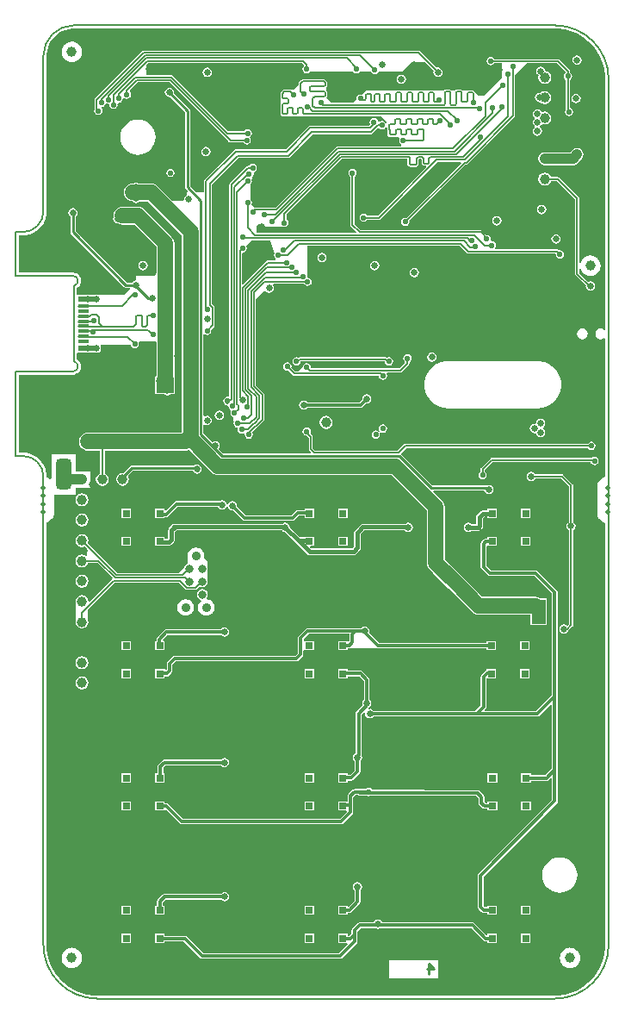
<source format=gbl>
G04 Layer_Physical_Order=4*
G04 Layer_Color=16711680*
%FSLAX44Y44*%
%MOMM*%
G71*
G01*
G75*
%ADD12C,1.0000*%
%ADD48C,0.1500*%
%ADD49C,0.2500*%
%ADD50C,0.2000*%
%ADD51C,0.3000*%
%ADD52C,1.0000*%
%ADD53C,0.4000*%
%ADD54C,1.5000*%
%ADD75C,0.0000*%
%ADD76C,0.9000*%
%ADD77O,2.2000X1.0000*%
%ADD78O,1.8000X1.0000*%
%ADD79C,0.5000*%
%ADD80C,2.4000*%
%ADD81C,0.5500*%
%ADD82C,0.6500*%
%ADD86R,0.7000X0.6500*%
%ADD87C,0.8000*%
G04:AMPARAMS|DCode=88|XSize=3mm|YSize=1.5mm|CornerRadius=0.375mm|HoleSize=0mm|Usage=FLASHONLY|Rotation=90.000|XOffset=0mm|YOffset=0mm|HoleType=Round|Shape=RoundedRectangle|*
%AMROUNDEDRECTD88*
21,1,3.0000,0.7500,0,0,90.0*
21,1,2.2500,1.5000,0,0,90.0*
1,1,0.7500,0.3750,1.1250*
1,1,0.7500,0.3750,-1.1250*
1,1,0.7500,-0.3750,-1.1250*
1,1,0.7500,-0.3750,1.1250*
%
%ADD88ROUNDEDRECTD88*%
%ADD89R,1.1001X0.5999*%
%ADD90R,1.1001X0.3000*%
%ADD91R,1.7000X1.5000*%
%ADD92R,1.7000X0.6000*%
%ADD93R,1.4000X2.4000*%
G36*
X524004Y942938D02*
X524949D01*
X528215Y942831D01*
X534740Y941972D01*
X541049Y940282D01*
X547083Y937782D01*
X552739Y934517D01*
X557921Y930540D01*
X562539Y925922D01*
X566515Y920741D01*
X569781Y915084D01*
X572280Y909050D01*
X573971Y902741D01*
X574830Y896216D01*
X574937Y892943D01*
X574937Y892943D01*
X574937Y892922D01*
X574938Y892918D01*
X574938Y892916D01*
X574937Y892915D01*
Y892908D01*
X574937Y892907D01*
X574937Y892889D01*
Y647472D01*
X573667Y646997D01*
X572248Y647945D01*
X570200Y648353D01*
X568152Y647945D01*
X566415Y646785D01*
X565255Y645048D01*
X564847Y643000D01*
X565255Y640952D01*
X566415Y639215D01*
X568152Y638055D01*
X570200Y637647D01*
X572248Y638055D01*
X573667Y639003D01*
X574937Y638528D01*
Y502965D01*
X573164Y502114D01*
X569164Y499114D01*
X568859Y498774D01*
X568480Y498520D01*
X568034Y497854D01*
X567499Y497257D01*
X567347Y496826D01*
X567094Y496446D01*
X566937Y495660D01*
X566671Y494904D01*
X566696Y494448D01*
X566607Y494000D01*
Y466000D01*
X566696Y465552D01*
X566671Y465096D01*
X566937Y464340D01*
X567094Y463554D01*
X567347Y463174D01*
X567499Y462743D01*
X568034Y462146D01*
X568480Y461480D01*
X568859Y461226D01*
X569164Y460886D01*
X573164Y457886D01*
X574937Y457035D01*
Y43111D01*
X574937Y43093D01*
X574937Y43092D01*
Y43085D01*
X574938Y43084D01*
X574938Y43082D01*
X574937Y43079D01*
X574937Y43057D01*
X574937Y43057D01*
X574830Y39784D01*
X573971Y33259D01*
X572280Y26950D01*
X569781Y20916D01*
X566515Y15260D01*
X562539Y10078D01*
X557921Y5459D01*
X552739Y1484D01*
X547083Y-1782D01*
X541049Y-4281D01*
X534740Y-5972D01*
X528215Y-6831D01*
X524949Y-6938D01*
X524004D01*
X523986Y-6941D01*
X76018D01*
X76000Y-6938D01*
X75055D01*
X71789Y-6831D01*
X65264Y-5972D01*
X58955Y-4281D01*
X52921Y-1782D01*
X47264Y1484D01*
X42083Y5460D01*
X37464Y10078D01*
X33489Y15260D01*
X30223Y20916D01*
X27724Y26950D01*
X26033Y33259D01*
X25174Y39784D01*
X25067Y43057D01*
X25067Y43057D01*
X25067Y43079D01*
X25066Y43082D01*
X25066Y43084D01*
X25066Y43085D01*
Y43092D01*
X25067Y43093D01*
X25066Y43109D01*
Y457517D01*
X25836Y457886D01*
X29836Y460886D01*
X30141Y461226D01*
X30520Y461480D01*
X30966Y462146D01*
X31501Y462743D01*
X31653Y463174D01*
X31906Y463554D01*
X32063Y464340D01*
X32329Y465096D01*
X32304Y465552D01*
X32393Y466000D01*
Y485000D01*
X54000D01*
Y492000D01*
X68000D01*
Y508000D01*
X54000D01*
X54000Y525000D01*
X30000Y525000D01*
X30000Y500579D01*
X28730Y499944D01*
X25836Y502114D01*
X25063Y502485D01*
Y502907D01*
X25063Y502921D01*
X25063Y502922D01*
Y502926D01*
X25062Y502928D01*
X25063Y502930D01*
X25063Y502948D01*
X25062Y502954D01*
X25063Y502961D01*
X25063Y502979D01*
X25062Y502986D01*
X25063Y502992D01*
Y504972D01*
X25004Y505267D01*
Y505568D01*
X24236Y509433D01*
X24120Y509711D01*
X24062Y510007D01*
X22554Y513647D01*
X22386Y513898D01*
X22271Y514176D01*
X20082Y517452D01*
X19869Y517665D01*
X19701Y517916D01*
X16915Y520702D01*
X16665Y520869D01*
X16452Y521082D01*
X13175Y523272D01*
X12897Y523387D01*
X12646Y523554D01*
X9006Y525062D01*
X8711Y525121D01*
X8432Y525236D01*
X4568Y526005D01*
X4266D01*
X3971Y526064D01*
X1987D01*
X1977Y526062D01*
X1967Y526064D01*
X1939Y526064D01*
X1932Y526062D01*
X1925Y526063D01*
X1897Y526063D01*
X1892Y526062D01*
X1889Y526063D01*
X1883D01*
X1881Y526063D01*
X1859Y526063D01*
X-1937D01*
Y602742D01*
X51000D01*
X51981Y602937D01*
X51995D01*
X53166Y603170D01*
X55005Y603932D01*
X55997Y604595D01*
X57405Y606003D01*
X58068Y606995D01*
X58830Y608834D01*
X59063Y610005D01*
Y611865D01*
X58961Y612376D01*
X58885Y612891D01*
X58305Y614520D01*
X58038Y614967D01*
X57793Y615427D01*
X56700Y616767D01*
X56298Y617099D01*
X55914Y617450D01*
X55097Y617944D01*
X55094Y623852D01*
X55992Y624750D01*
X59752D01*
X60000Y624647D01*
X64818D01*
X66000Y624412D01*
X67182Y624647D01*
X72818D01*
X74000Y624412D01*
X75182Y624647D01*
X77000D01*
X77957Y625043D01*
X78353Y626000D01*
Y627818D01*
X78588Y629000D01*
X78353Y630182D01*
Y632000D01*
X108121D01*
X108232Y631439D01*
X109116Y630116D01*
X110439Y629232D01*
X112000Y628922D01*
X113561Y629232D01*
X114884Y630116D01*
X115768Y631439D01*
X116078Y633000D01*
X115768Y634561D01*
X115685Y634685D01*
X117000Y636000D01*
X133000D01*
X133174Y634802D01*
Y601353D01*
X133000D01*
X132043Y600957D01*
X131647Y600000D01*
Y598182D01*
X131412Y597000D01*
X131647Y595818D01*
Y585000D01*
X132043Y584043D01*
X133000Y583647D01*
X140918D01*
X142244Y582761D01*
X144000Y582412D01*
X145756Y582761D01*
X147082Y583647D01*
X150000D01*
X150957Y584043D01*
X151353Y585000D01*
Y600000D01*
X150957Y600957D01*
X150826Y601011D01*
Y732000D01*
X150525Y734284D01*
X149643Y736413D01*
X148241Y738241D01*
X121241Y765241D01*
X119413Y766643D01*
X117284Y767525D01*
X115000Y767825D01*
X100000D01*
X97716Y767525D01*
X95587Y766643D01*
X93759Y765241D01*
X92357Y763413D01*
X91475Y761284D01*
X91174Y759000D01*
X91243Y758477D01*
X90761Y757756D01*
X90412Y756000D01*
X90761Y754244D01*
X91756Y752756D01*
X93244Y751761D01*
X95000Y751412D01*
X95409Y751493D01*
X95587Y751357D01*
X97716Y750475D01*
X100000Y750174D01*
X111344D01*
X133174Y728344D01*
Y703198D01*
X133000Y702000D01*
X131000Y700000D01*
X113000D01*
Y695588D01*
X111244Y695239D01*
X109756Y694244D01*
X109291Y693549D01*
X104056D01*
X53549Y744056D01*
Y758291D01*
X54244Y758756D01*
X55239Y760244D01*
X55588Y762000D01*
X55239Y763756D01*
X54244Y765244D01*
X52756Y766239D01*
X51000Y766588D01*
X49244Y766239D01*
X47756Y765244D01*
X46761Y763756D01*
X46412Y762000D01*
X46761Y760244D01*
X47756Y758756D01*
X48451Y758291D01*
Y743000D01*
X48645Y742025D01*
X49198Y741198D01*
X101198Y689198D01*
X102025Y688645D01*
X103000Y688451D01*
X106792D01*
X107278Y687278D01*
X101000Y681000D01*
X76852D01*
X76000Y681353D01*
X75182D01*
X74000Y681588D01*
X72818Y681353D01*
X67182D01*
X66000Y681588D01*
X64818Y681353D01*
X59000D01*
X58752Y681250D01*
X55063D01*
X55063Y682762D01*
Y688035D01*
X55914Y688550D01*
X56298Y688901D01*
X56700Y689233D01*
X57793Y690573D01*
X58038Y691033D01*
X58305Y691480D01*
X58885Y693109D01*
X58961Y693624D01*
X59063Y694135D01*
Y695995D01*
X58830Y697166D01*
X58068Y699005D01*
X57405Y699997D01*
X55997Y701405D01*
X55005Y702068D01*
X53166Y702830D01*
X51995Y703063D01*
X-1937D01*
Y739937D01*
X2012D01*
X2019Y739939D01*
X2025Y739938D01*
X2050Y739938D01*
X2059Y739939D01*
X2069Y739938D01*
X2093Y739938D01*
X2100Y739939D01*
X2106Y739938D01*
X2131Y739938D01*
X2131Y739939D01*
X4078Y739948D01*
X4372Y740008D01*
X4673Y740009D01*
X8522Y740792D01*
X8799Y740908D01*
X9093Y740968D01*
X12716Y742485D01*
X12966Y742653D01*
X13243Y742768D01*
X16502Y744961D01*
X16714Y745173D01*
X16963Y745341D01*
X19734Y748125D01*
X19900Y748375D01*
X20112Y748588D01*
X22288Y751858D01*
X22403Y752136D01*
X22569Y752386D01*
X24068Y756017D01*
X24126Y756311D01*
X24241Y756589D01*
X25005Y760442D01*
X25004Y760742D01*
X25063Y761037D01*
Y763010D01*
X25062Y763016D01*
X25063Y763023D01*
X25063Y763041D01*
X25062Y763047D01*
X25063Y763054D01*
X25063Y763072D01*
X25062Y763074D01*
X25063Y763075D01*
Y763080D01*
X25063Y763081D01*
X25063Y763095D01*
Y915936D01*
X25121Y917712D01*
X25587Y921254D01*
X26499Y924657D01*
X27847Y927911D01*
X29608Y930962D01*
X31753Y933757D01*
X34244Y936248D01*
X37039Y938392D01*
X40089Y940154D01*
X43344Y941502D01*
X46747Y942414D01*
X50289Y942880D01*
X52051Y942938D01*
X52996D01*
X53015Y942942D01*
X523986D01*
X524004Y942938D01*
D02*
G37*
%LPC*%
G36*
X108250Y341190D02*
X98750D01*
Y332190D01*
X108250D01*
Y341190D01*
D02*
G37*
G36*
X60000Y326372D02*
X57561Y325887D01*
X55494Y324506D01*
X54113Y322439D01*
X53628Y320000D01*
X54113Y317561D01*
X55494Y315494D01*
X57561Y314113D01*
X60000Y313627D01*
X62439Y314113D01*
X64506Y315494D01*
X65887Y317561D01*
X66372Y320000D01*
X65887Y322439D01*
X64506Y324506D01*
X62439Y325887D01*
X60000Y326372D01*
D02*
G37*
G36*
X500250Y341190D02*
X490750D01*
Y332190D01*
X500250D01*
Y341190D01*
D02*
G37*
G36*
X200000Y354588D02*
X198244Y354239D01*
X196756Y353244D01*
X196461Y352804D01*
X143000D01*
X143000Y352804D01*
X141927Y352590D01*
X141017Y351983D01*
X141017Y351983D01*
X134017Y344983D01*
X133410Y344073D01*
X133196Y343000D01*
Y341190D01*
X131750D01*
Y332190D01*
X141250D01*
Y341190D01*
X139951D01*
X139425Y342460D01*
X144161Y347196D01*
X196461D01*
X196756Y346756D01*
X198244Y345761D01*
X200000Y345412D01*
X201756Y345761D01*
X203244Y346756D01*
X204239Y348244D01*
X204588Y350000D01*
X204239Y351756D01*
X203244Y353244D01*
X201756Y354239D01*
X200000Y354588D01*
D02*
G37*
G36*
X500250Y313690D02*
X490750D01*
Y304690D01*
X500250D01*
Y313690D01*
D02*
G37*
G36*
X60000Y306373D02*
X57561Y305887D01*
X55494Y304506D01*
X54113Y302439D01*
X53628Y300000D01*
X54113Y297561D01*
X55494Y295494D01*
X57561Y294113D01*
X60000Y293628D01*
X62439Y294113D01*
X64506Y295494D01*
X65887Y297561D01*
X66372Y300000D01*
X65887Y302439D01*
X64506Y304506D01*
X62439Y305887D01*
X60000Y306373D01*
D02*
G37*
G36*
X468250Y443690D02*
X458750D01*
Y441984D01*
X457180D01*
X456107Y441771D01*
X455197Y441163D01*
X453017Y438983D01*
X452410Y438073D01*
X452196Y437000D01*
Y414000D01*
X452410Y412927D01*
X453017Y412017D01*
X459017Y406017D01*
X459017Y406017D01*
X459927Y405410D01*
X461000Y405196D01*
X461000Y405196D01*
X504839D01*
X522196Y387839D01*
Y288161D01*
X506839Y272804D01*
X456428D01*
X455942Y273977D01*
X456983Y275017D01*
X456983Y275017D01*
X457590Y275927D01*
X457804Y277000D01*
X457804Y277000D01*
Y304690D01*
X467250D01*
Y313690D01*
X457750D01*
Y311954D01*
X457177Y311840D01*
X456267Y311233D01*
X453017Y307983D01*
X452410Y307073D01*
X452196Y306000D01*
Y278161D01*
X446839Y272804D01*
X346539D01*
X346244Y273244D01*
X344756Y274239D01*
X343000Y274588D01*
X342188Y274427D01*
X342104Y274583D01*
X341756Y275761D01*
X343244Y276756D01*
X344239Y278244D01*
X344588Y280000D01*
X344239Y281756D01*
X343244Y283244D01*
X342804Y283539D01*
Y303000D01*
X342590Y304073D01*
X341983Y304983D01*
X335733Y311233D01*
X334823Y311840D01*
X333750Y312054D01*
X321250D01*
Y313690D01*
X311750D01*
Y304690D01*
X321250D01*
Y306446D01*
X332589D01*
X337196Y301839D01*
Y283539D01*
X336756Y283244D01*
X335761Y281756D01*
X335412Y280000D01*
X335761Y278244D01*
X335969Y277934D01*
X330017Y271983D01*
X329410Y271073D01*
X329196Y270000D01*
Y231207D01*
X327756Y230244D01*
X326761Y228756D01*
X326412Y227000D01*
X326761Y225244D01*
X327756Y223756D01*
X328196Y223461D01*
Y214161D01*
X323839Y209804D01*
X321250D01*
Y211190D01*
X311750D01*
Y202190D01*
X321250D01*
Y204196D01*
X325000D01*
X326073Y204410D01*
X326983Y205017D01*
X332983Y211017D01*
X332983Y211017D01*
X333590Y211927D01*
X333804Y213000D01*
X333804Y213000D01*
Y223461D01*
X334244Y223756D01*
X335239Y225244D01*
X335588Y227000D01*
X335239Y228756D01*
X334804Y229407D01*
Y268839D01*
X337403Y271438D01*
X338573Y270812D01*
X338412Y270000D01*
X338761Y268244D01*
X339756Y266756D01*
X341244Y265761D01*
X343000Y265412D01*
X344756Y265761D01*
X346244Y266756D01*
X346539Y267196D01*
X508000D01*
X509073Y267409D01*
X509983Y268017D01*
X521023Y279058D01*
X522196Y278571D01*
Y216161D01*
X515529Y209494D01*
X501451D01*
Y211190D01*
X491951D01*
Y202190D01*
X501451D01*
Y203886D01*
X516690D01*
X517763Y204100D01*
X518673Y204707D01*
X521023Y207057D01*
X522196Y206572D01*
Y185161D01*
X450017Y112983D01*
X449410Y112073D01*
X449196Y111000D01*
Y80000D01*
X449410Y78927D01*
X450017Y78017D01*
X453017Y75017D01*
X453927Y74410D01*
X455000Y74196D01*
X458749D01*
Y72191D01*
X468249D01*
Y81191D01*
X458749D01*
Y79804D01*
X456161D01*
X454804Y81161D01*
Y109839D01*
X526983Y182017D01*
X527590Y182927D01*
X527804Y184000D01*
Y215000D01*
X527804Y215000D01*
X527804Y215000D01*
Y287000D01*
Y389000D01*
X527804Y389000D01*
X527590Y390073D01*
X526983Y390983D01*
X507983Y409983D01*
X507073Y410590D01*
X506000Y410804D01*
X462161D01*
X457804Y415161D01*
Y433908D01*
X458750Y434690D01*
X468250D01*
Y443690D01*
D02*
G37*
G36*
X288250Y313690D02*
X278750D01*
Y304690D01*
X288250D01*
Y313690D01*
D02*
G37*
G36*
X108250D02*
X98750D01*
Y304690D01*
X108250D01*
Y313690D01*
D02*
G37*
G36*
X338000Y355588D02*
X336244Y355239D01*
X334756Y354244D01*
X334461Y353804D01*
X282000D01*
X282000Y353804D01*
X280927Y353591D01*
X280017Y352983D01*
X280017Y352983D01*
X273017Y345983D01*
X272410Y345073D01*
X272196Y344000D01*
Y329161D01*
X269839Y326804D01*
X151000D01*
X149927Y326590D01*
X149017Y325983D01*
X144017Y320983D01*
X143410Y320073D01*
X143196Y319000D01*
Y313468D01*
X142476Y312904D01*
X141250Y313451D01*
Y313690D01*
X131750D01*
Y304690D01*
X141250D01*
Y306446D01*
X143250D01*
X144323Y306660D01*
X145233Y307267D01*
X147983Y310017D01*
X148590Y310927D01*
X148804Y312000D01*
Y317839D01*
X152161Y321196D01*
X271000D01*
X272073Y321410D01*
X272983Y322017D01*
X276983Y326017D01*
X277591Y326927D01*
X277804Y328000D01*
Y331408D01*
X278750Y332190D01*
X279074Y332190D01*
X288250D01*
Y341190D01*
X279074D01*
X278750Y341190D01*
X278129Y341703D01*
X278080Y343115D01*
X283161Y348196D01*
X323035D01*
X323196Y348000D01*
Y341469D01*
X322476Y340904D01*
X321250Y341190D01*
Y341190D01*
X311750D01*
Y332190D01*
X321250D01*
Y333946D01*
X322750D01*
X323021Y334000D01*
X350979D01*
X351250Y333946D01*
X457750D01*
Y332190D01*
X467250D01*
Y341190D01*
X457750D01*
Y339554D01*
X352411D01*
X342319Y349646D01*
X342588Y351000D01*
X342239Y352756D01*
X341244Y354244D01*
X339756Y355239D01*
X338000Y355588D01*
D02*
G37*
G36*
X108250Y443690D02*
X98750D01*
Y434690D01*
X108250D01*
Y443690D01*
D02*
G37*
G36*
X381000Y457588D02*
X379244Y457239D01*
X378150Y456508D01*
X336194D01*
X334926Y456256D01*
X333851Y455537D01*
X329657Y451343D01*
X329657Y451343D01*
X328657Y450343D01*
X327939Y449268D01*
X327686Y448000D01*
Y434373D01*
X325627Y432314D01*
X285373D01*
X284170Y433517D01*
X284656Y434690D01*
X288250D01*
Y443690D01*
X278750D01*
Y443314D01*
X274373D01*
X264564Y453122D01*
X264239Y454756D01*
X263244Y456244D01*
X261756Y457239D01*
X260000Y457588D01*
X258244Y457239D01*
X257150Y456508D01*
X150000D01*
X148732Y456256D01*
X147657Y455537D01*
X146939Y454463D01*
X146731Y453417D01*
X145657Y452343D01*
X144939Y451268D01*
X144686Y450000D01*
Y442373D01*
X143877Y441564D01*
X141250D01*
Y443690D01*
X131750D01*
Y434690D01*
X141250D01*
Y434936D01*
X145250D01*
X146518Y435189D01*
X147593Y435907D01*
X150343Y438657D01*
X151061Y439732D01*
X151314Y441000D01*
Y448627D01*
X152567Y449881D01*
X256672D01*
X256756Y449756D01*
X258244Y448761D01*
X259878Y448436D01*
X270657Y437657D01*
X281657Y426657D01*
X282732Y425939D01*
X284000Y425686D01*
X327000D01*
X328268Y425939D01*
X329343Y426657D01*
X333343Y430657D01*
X334061Y431732D01*
X334314Y433000D01*
Y446628D01*
X334343Y446657D01*
X334343Y446657D01*
X337567Y449881D01*
X377672D01*
X377756Y449756D01*
X379244Y448761D01*
X381000Y448412D01*
X382756Y448761D01*
X384244Y449756D01*
X385239Y451244D01*
X385588Y453000D01*
X385239Y454756D01*
X384244Y456244D01*
X382756Y457239D01*
X381000Y457588D01*
D02*
G37*
G36*
X321250Y443690D02*
X311750D01*
Y434690D01*
X321250D01*
Y443690D01*
D02*
G37*
G36*
X60000Y466372D02*
X57561Y465887D01*
X55494Y464506D01*
X54113Y462439D01*
X53628Y460000D01*
X54113Y457561D01*
X55494Y455494D01*
X57561Y454113D01*
X60000Y453628D01*
X62439Y454113D01*
X64506Y455494D01*
X65887Y457561D01*
X66372Y460000D01*
X65887Y462439D01*
X64506Y464506D01*
X62439Y465887D01*
X60000Y466372D01*
D02*
G37*
G36*
X501250Y443690D02*
X491750D01*
Y434690D01*
X501250D01*
Y443690D01*
D02*
G37*
G36*
X162628Y382200D02*
X161052D01*
X159507Y381893D01*
X158051Y381289D01*
X156740Y380414D01*
X155626Y379300D01*
X154750Y377989D01*
X154147Y376534D01*
X153840Y374988D01*
Y373412D01*
X154147Y371866D01*
X154750Y370410D01*
X155626Y369100D01*
X156740Y367986D01*
X158051Y367110D01*
X159507Y366507D01*
X161052Y366200D01*
X162628D01*
X164174Y366507D01*
X165629Y367110D01*
X166940Y367986D01*
X168054Y369100D01*
X168930Y370410D01*
X169533Y371866D01*
X169840Y373412D01*
Y374988D01*
X169533Y376534D01*
X168930Y377989D01*
X168054Y379300D01*
X166940Y380414D01*
X165629Y381289D01*
X164174Y381893D01*
X162628Y382200D01*
D02*
G37*
G36*
X502000Y507588D02*
X500244Y507239D01*
X498756Y506244D01*
X497761Y504756D01*
X497412Y503000D01*
X497761Y501244D01*
X498756Y499756D01*
X500244Y498761D01*
X502000Y498412D01*
X503756Y498761D01*
X505244Y499756D01*
X506050Y500961D01*
X531155D01*
X538961Y493155D01*
Y458050D01*
X537756Y457244D01*
X536761Y455756D01*
X536412Y454000D01*
X536761Y452244D01*
X537756Y450756D01*
X538961Y449950D01*
Y357845D01*
X537350Y356234D01*
X537244Y356244D01*
X535756Y357239D01*
X534000Y357588D01*
X532244Y357239D01*
X530756Y356244D01*
X529761Y354756D01*
X529412Y353000D01*
X529761Y351244D01*
X530756Y349756D01*
X532244Y348761D01*
X534000Y348412D01*
X535756Y348761D01*
X537244Y349756D01*
X538239Y351244D01*
X538280Y351450D01*
X538442Y351558D01*
X542442Y355558D01*
X542442Y355558D01*
X542884Y356220D01*
X543039Y357000D01*
X543039Y357000D01*
Y449950D01*
X544244Y450756D01*
X545239Y452244D01*
X545588Y454000D01*
X545239Y455756D01*
X544244Y457244D01*
X543039Y458050D01*
Y494000D01*
X542884Y494780D01*
X542442Y495442D01*
X533442Y504442D01*
X532780Y504884D01*
X532000Y505039D01*
X506050D01*
X505244Y506244D01*
X503756Y507239D01*
X502000Y507588D01*
D02*
G37*
G36*
X178350Y392253D02*
X176302Y391845D01*
X174565Y390685D01*
X173405Y388948D01*
X172997Y386900D01*
X173405Y384851D01*
X174565Y383115D01*
X176302Y381955D01*
X176901Y381835D01*
X177170Y380487D01*
X177060Y380414D01*
X175946Y379300D01*
X175070Y377989D01*
X174467Y376534D01*
X174160Y374988D01*
Y373412D01*
X174467Y371866D01*
X175070Y370410D01*
X175946Y369100D01*
X177060Y367986D01*
X178371Y367110D01*
X179827Y366507D01*
X181372Y366200D01*
X182948D01*
X184494Y366507D01*
X185949Y367110D01*
X187260Y367986D01*
X188374Y369100D01*
X189249Y370410D01*
X189853Y371866D01*
X190160Y373412D01*
Y374988D01*
X189853Y376534D01*
X189249Y377989D01*
X188374Y379300D01*
X187260Y380414D01*
X185949Y381289D01*
X184494Y381893D01*
X182948Y382200D01*
X182935D01*
X182830Y382320D01*
X182372Y383470D01*
X183295Y384851D01*
X183703Y386900D01*
X183295Y388948D01*
X182135Y390685D01*
X180399Y391845D01*
X178350Y392253D01*
D02*
G37*
G36*
X60000Y446372D02*
X57561Y445887D01*
X55494Y444506D01*
X54113Y442439D01*
X53628Y440000D01*
X54113Y437561D01*
X55494Y435494D01*
X57561Y434113D01*
X60000Y433628D01*
X62439Y434113D01*
X62777Y434339D01*
X65000Y432116D01*
Y425703D01*
X63730Y425024D01*
X62439Y425887D01*
X60000Y426372D01*
X57561Y425887D01*
X55494Y424506D01*
X54113Y422439D01*
X53628Y420000D01*
X54113Y417561D01*
X55494Y415494D01*
X57561Y414113D01*
X60000Y413628D01*
X62439Y414113D01*
X64506Y415494D01*
X65887Y417561D01*
X65967Y417961D01*
X75266D01*
X89992Y403235D01*
X89809Y401700D01*
X89774Y401657D01*
X67556Y379440D01*
X66555Y379913D01*
X66364Y380044D01*
X65887Y382439D01*
X64506Y384506D01*
X62439Y385887D01*
X60000Y386372D01*
X57561Y385887D01*
X55494Y384506D01*
X54113Y382439D01*
X53628Y380000D01*
X54000Y378128D01*
Y361872D01*
X53628Y360000D01*
X54113Y357561D01*
X55494Y355494D01*
X57561Y354113D01*
X60000Y353628D01*
X62439Y354113D01*
X64506Y355494D01*
X65887Y357561D01*
X65975Y358000D01*
X66000D01*
Y358128D01*
X66372Y360000D01*
X66000Y361872D01*
Y372116D01*
X92095Y398211D01*
X155670D01*
X161723Y392158D01*
X162384Y391716D01*
X163165Y391561D01*
X163165Y391561D01*
X171600D01*
X172380Y391716D01*
X173042Y392158D01*
X175844Y394960D01*
X176302Y394655D01*
X178350Y394247D01*
X180398Y394655D01*
X182135Y395815D01*
X183295Y397552D01*
X183703Y399600D01*
X183295Y401648D01*
X183000Y402090D01*
Y409809D01*
X183295Y410252D01*
X183703Y412300D01*
X183295Y414348D01*
X183000Y414790D01*
Y420000D01*
X179799Y423201D01*
X180000Y424212D01*
Y425788D01*
X179693Y427333D01*
X179090Y428789D01*
X178214Y430100D01*
X177100Y431214D01*
X175789Y432090D01*
X174333Y432693D01*
X172788Y433000D01*
X171212D01*
X169667Y432693D01*
X168211Y432090D01*
X166900Y431214D01*
X165786Y430100D01*
X164911Y428789D01*
X164307Y427333D01*
X164000Y425788D01*
Y424212D01*
X164034Y424041D01*
X164000Y424000D01*
X164000D01*
Y417325D01*
X163602Y417245D01*
X161865Y416085D01*
X160705Y414348D01*
X160545Y413545D01*
X155039Y408039D01*
X94845D01*
X65661Y437223D01*
X65887Y437561D01*
X66372Y440000D01*
X65887Y442439D01*
X64506Y444506D01*
X62439Y445887D01*
X60000Y446372D01*
D02*
G37*
G36*
Y406372D02*
X57561Y405887D01*
X55494Y404506D01*
X54113Y402439D01*
X53628Y400000D01*
X54113Y397561D01*
X55494Y395494D01*
X57561Y394113D01*
X60000Y393628D01*
X62439Y394113D01*
X64506Y395494D01*
X65887Y397561D01*
X66372Y400000D01*
X65887Y402439D01*
X64506Y404506D01*
X62439Y405887D01*
X60000Y406372D01*
D02*
G37*
G36*
X501249Y53691D02*
X491749D01*
Y44691D01*
X501249D01*
Y53691D01*
D02*
G37*
G36*
X351000Y67588D02*
X349244Y67239D01*
X347756Y66244D01*
X346923Y64998D01*
X333194D01*
X332121Y64785D01*
X331212Y64177D01*
X326017Y58983D01*
X325410Y58073D01*
X325196Y57000D01*
Y54161D01*
X322839Y51804D01*
X321249D01*
Y53691D01*
X311749D01*
Y44691D01*
X320025D01*
X320630Y44691D01*
X321467Y43643D01*
X321447Y43413D01*
X312839Y34804D01*
X179161D01*
X162983Y50983D01*
X162073Y51590D01*
X161000Y51804D01*
X141250D01*
Y53691D01*
X131750D01*
Y44691D01*
X141250D01*
Y46196D01*
X159839D01*
X176017Y30017D01*
X176927Y29410D01*
X178000Y29196D01*
X314000D01*
X315073Y29410D01*
X315983Y30017D01*
X329983Y44017D01*
X330590Y44927D01*
X330804Y46000D01*
Y55839D01*
X334356Y59391D01*
X348302D01*
X349244Y58761D01*
X351000Y58412D01*
X352756Y58761D01*
X353698Y59391D01*
X438023D01*
X439000Y59196D01*
X442839D01*
X454826Y47208D01*
X455736Y46601D01*
X456809Y46387D01*
X458749D01*
Y44691D01*
X468249D01*
Y53691D01*
X458749D01*
Y53012D01*
X457479Y52486D01*
X445983Y63983D01*
X445073Y64590D01*
X444000Y64804D01*
X439977D01*
X439000Y64998D01*
X355077D01*
X354244Y66244D01*
X352756Y67239D01*
X351000Y67588D01*
D02*
G37*
G36*
X108250Y81191D02*
X98750D01*
Y72191D01*
X108250D01*
Y81191D01*
D02*
G37*
G36*
X501249Y81191D02*
X491749D01*
Y72191D01*
X501249D01*
Y81191D01*
D02*
G37*
G36*
X288249Y81191D02*
X278749D01*
Y72191D01*
X288249D01*
Y81191D01*
D02*
G37*
G36*
X50020Y39999D02*
X49299Y39976D01*
X48532Y39902D01*
X47660Y39724D01*
X47200Y39603D01*
X46580Y39397D01*
X45994Y39167D01*
X45519Y38934D01*
X45142Y38761D01*
X44421Y38301D01*
X44009Y38010D01*
X43673Y37752D01*
X42986Y37126D01*
X42428Y36540D01*
X41828Y35777D01*
X41597Y35407D01*
X41402Y35116D01*
X41151Y34652D01*
X40907Y34170D01*
X40671Y33618D01*
X40520Y33195D01*
X40235Y32206D01*
X40148Y31745D01*
X40070Y31256D01*
X40001Y30086D01*
X40016Y29307D01*
X40093Y28637D01*
X40166Y28247D01*
X40235Y27832D01*
X40318Y27472D01*
X40548Y26734D01*
X40697Y26317D01*
X41032Y25578D01*
X41267Y25121D01*
X41525Y24689D01*
X41828Y24223D01*
X42074Y23894D01*
X42569Y23290D01*
X42986Y22873D01*
X43375Y22516D01*
X43922Y22046D01*
X44195Y21856D01*
X44626Y21556D01*
X45033Y21317D01*
X45591Y21019D01*
X46018Y20822D01*
X46318Y20706D01*
X46991Y20447D01*
X47392Y20337D01*
X47660Y20278D01*
X48318Y20133D01*
X48944Y20054D01*
X50091Y19992D01*
X50655Y20015D01*
X51001Y20054D01*
X52151Y20234D01*
X52646Y20357D01*
X53247Y20539D01*
X53839Y20765D01*
X54320Y20978D01*
X54964Y21317D01*
X55367Y21556D01*
X55750Y21818D01*
X56298Y22220D01*
X56907Y22775D01*
X57312Y23180D01*
X57719Y23641D01*
X58046Y24051D01*
X58351Y24490D01*
X58611Y24901D01*
X58836Y25296D01*
X59235Y26161D01*
X59404Y26573D01*
X59569Y27106D01*
X59702Y27538D01*
X59826Y28149D01*
X59905Y28618D01*
X59975Y29390D01*
X59997Y30339D01*
X59945Y31056D01*
X59873Y31572D01*
X59785Y32068D01*
X59676Y32562D01*
X59397Y33407D01*
X59198Y33914D01*
X59023Y34318D01*
X58857Y34653D01*
X58637Y35038D01*
X58446Y35375D01*
X58165Y35777D01*
X57756Y36308D01*
X57312Y36812D01*
X56701Y37422D01*
X56107Y37926D01*
X55602Y38280D01*
X55019Y38657D01*
X54482Y38934D01*
X53906Y39207D01*
X53312Y39429D01*
X52887Y39570D01*
X52316Y39724D01*
X51820Y39837D01*
X50929Y39953D01*
X50020Y39999D01*
D02*
G37*
G36*
X410000Y28000D02*
X362000D01*
Y10000D01*
X410000D01*
Y28000D01*
D02*
G37*
G36*
X540022Y39999D02*
X539301Y39976D01*
X538533Y39902D01*
X537662Y39724D01*
X537201Y39603D01*
X536582Y39397D01*
X535995Y39167D01*
X535520Y38934D01*
X535143Y38761D01*
X534423Y38301D01*
X534010Y38010D01*
X533674Y37752D01*
X532988Y37126D01*
X532430Y36540D01*
X531830Y35777D01*
X531598Y35407D01*
X531404Y35116D01*
X531152Y34652D01*
X530909Y34170D01*
X530672Y33618D01*
X530521Y33195D01*
X530237Y32206D01*
X530150Y31745D01*
X530072Y31256D01*
X530003Y30086D01*
X530017Y29307D01*
X530095Y28637D01*
X530167Y28247D01*
X530237Y27832D01*
X530319Y27472D01*
X530549Y26734D01*
X530698Y26317D01*
X531034Y25578D01*
X531268Y25121D01*
X531526Y24689D01*
X531830Y24223D01*
X532076Y23894D01*
X532571Y23290D01*
X532988Y22873D01*
X533377Y22516D01*
X533924Y22046D01*
X534197Y21856D01*
X534628Y21556D01*
X535034Y21317D01*
X535592Y21019D01*
X536020Y20822D01*
X536320Y20706D01*
X536993Y20447D01*
X537394Y20337D01*
X537662Y20278D01*
X538320Y20133D01*
X538945Y20054D01*
X540093Y19992D01*
X540656Y20015D01*
X541003Y20054D01*
X542153Y20234D01*
X542648Y20357D01*
X543248Y20539D01*
X543840Y20765D01*
X544322Y20978D01*
X544965Y21317D01*
X545369Y21556D01*
X545752Y21818D01*
X546299Y22220D01*
X546909Y22775D01*
X547313Y23180D01*
X547720Y23641D01*
X548048Y24051D01*
X548352Y24490D01*
X548612Y24901D01*
X548837Y25296D01*
X549236Y26161D01*
X549406Y26573D01*
X549570Y27106D01*
X549703Y27538D01*
X549828Y28149D01*
X549906Y28618D01*
X549976Y29390D01*
X549999Y30339D01*
X549947Y31056D01*
X549874Y31572D01*
X549786Y32068D01*
X549678Y32562D01*
X549399Y33407D01*
X549200Y33914D01*
X549025Y34318D01*
X548858Y34653D01*
X548639Y35038D01*
X548447Y35375D01*
X548166Y35777D01*
X547758Y36308D01*
X547313Y36812D01*
X546703Y37422D01*
X546108Y37926D01*
X545603Y38280D01*
X545020Y38657D01*
X544483Y38934D01*
X543908Y39207D01*
X543314Y39429D01*
X542889Y39570D01*
X542318Y39724D01*
X541821Y39837D01*
X540931Y39953D01*
X540022Y39999D01*
D02*
G37*
G36*
X288249Y53691D02*
X278749D01*
Y44691D01*
X288249D01*
Y53691D01*
D02*
G37*
G36*
X108250D02*
X98750D01*
Y44691D01*
X108250D01*
Y53691D01*
D02*
G37*
G36*
X331000Y104588D02*
X329244Y104239D01*
X327756Y103244D01*
X326761Y101756D01*
X326412Y100000D01*
X326761Y98244D01*
X327756Y96756D01*
X328196Y96461D01*
Y86161D01*
X322519Y80485D01*
X321249Y81011D01*
Y81191D01*
X311749D01*
Y72191D01*
X321249D01*
Y73887D01*
X322691D01*
X323764Y74101D01*
X324674Y74708D01*
X332983Y83017D01*
X333590Y83927D01*
X333804Y85000D01*
Y96461D01*
X334244Y96756D01*
X335239Y98244D01*
X335588Y100000D01*
X335239Y101756D01*
X334244Y103244D01*
X332756Y104239D01*
X331000Y104588D01*
D02*
G37*
G36*
X108250Y211190D02*
X98750D01*
Y202190D01*
X108250D01*
Y211190D01*
D02*
G37*
G36*
X501451Y183690D02*
X491951D01*
Y174690D01*
X501451D01*
Y183690D01*
D02*
G37*
G36*
X288250Y211190D02*
X278750D01*
Y202190D01*
X288250D01*
Y211190D01*
D02*
G37*
G36*
X200000Y226588D02*
X198244Y226239D01*
X196756Y225244D01*
X196461Y224804D01*
X141000D01*
X139927Y224590D01*
X139017Y223983D01*
X135017Y219983D01*
X134410Y219073D01*
X134196Y218000D01*
Y211190D01*
X131750D01*
Y202190D01*
X141250D01*
Y211190D01*
X139804D01*
Y216839D01*
X142161Y219196D01*
X196461D01*
X196756Y218756D01*
X198244Y217761D01*
X200000Y217412D01*
X201756Y217761D01*
X203244Y218756D01*
X204239Y220244D01*
X204588Y222000D01*
X204239Y223756D01*
X203244Y225244D01*
X201756Y226239D01*
X200000Y226588D01*
D02*
G37*
G36*
X468451Y211190D02*
X458951D01*
Y202190D01*
X468451D01*
Y211190D01*
D02*
G37*
G36*
X529970Y128533D02*
X526588Y128200D01*
X523337Y127214D01*
X520340Y125612D01*
X517713Y123457D01*
X515558Y120830D01*
X513956Y117833D01*
X512970Y114582D01*
X512636Y111200D01*
X512970Y107818D01*
X513956Y104567D01*
X515558Y101570D01*
X517713Y98943D01*
X520340Y96788D01*
X523337Y95186D01*
X526588Y94200D01*
X529970Y93867D01*
X533352Y94200D01*
X536603Y95186D01*
X539600Y96788D01*
X542227Y98943D01*
X544382Y101570D01*
X545984Y104567D01*
X546970Y107818D01*
X547304Y111200D01*
X546970Y114582D01*
X545984Y117833D01*
X544382Y120830D01*
X542227Y123457D01*
X539600Y125612D01*
X536603Y127214D01*
X533352Y128200D01*
X529970Y128533D01*
D02*
G37*
G36*
X200000Y94588D02*
X198244Y94239D01*
X196756Y93244D01*
X196461Y92804D01*
X141000D01*
X139927Y92590D01*
X139017Y91983D01*
X134517Y87482D01*
X133909Y86573D01*
X133696Y85500D01*
Y81191D01*
X131750D01*
Y72191D01*
X141250D01*
Y81191D01*
X139304D01*
Y84338D01*
X142161Y87196D01*
X196461D01*
X196756Y86756D01*
X198244Y85761D01*
X200000Y85412D01*
X201756Y85761D01*
X203244Y86756D01*
X204239Y88244D01*
X204588Y90000D01*
X204239Y91756D01*
X203244Y93244D01*
X201756Y94239D01*
X200000Y94588D01*
D02*
G37*
G36*
X108250Y183690D02*
X98750D01*
Y174690D01*
X108250D01*
Y183690D01*
D02*
G37*
G36*
X342000Y197078D02*
X340439Y196768D01*
X339116Y195884D01*
X339063Y195804D01*
X328000D01*
X326927Y195590D01*
X326017Y194983D01*
X322017Y190983D01*
X321410Y190073D01*
X321196Y189000D01*
Y183690D01*
X311750D01*
Y174690D01*
X319929D01*
X320455Y173420D01*
X313839Y166804D01*
X159161D01*
X144983Y180983D01*
X144073Y181590D01*
X143000Y181804D01*
X141250D01*
Y183690D01*
X131750D01*
Y174690D01*
X141250D01*
Y174989D01*
X142520Y175515D01*
X156017Y162017D01*
X156927Y161410D01*
X158000Y161196D01*
X315000D01*
X316073Y161410D01*
X316983Y162017D01*
X325983Y171017D01*
X326590Y171927D01*
X326804Y173000D01*
Y181000D01*
Y187839D01*
X329161Y190196D01*
X331252D01*
X332132Y189606D01*
X333205Y189391D01*
X340220Y189379D01*
X340439Y189232D01*
X342000Y188922D01*
X343561Y189232D01*
X343771Y189373D01*
X447837Y189198D01*
X450196Y186839D01*
Y182000D01*
X450410Y180927D01*
X451017Y180017D01*
X453827Y177207D01*
X453827Y177207D01*
X454737Y176600D01*
X455810Y176386D01*
X458951D01*
Y174690D01*
X468451D01*
Y183690D01*
X458951D01*
Y181994D01*
X456971D01*
X455804Y183161D01*
Y188000D01*
X455591Y189073D01*
X454983Y189983D01*
X450983Y193983D01*
X450531Y194285D01*
X450077Y194589D01*
X450075Y194589D01*
X450073Y194590D01*
X449540Y194697D01*
X449005Y194804D01*
X345489Y194978D01*
X344884Y195884D01*
X343561Y196768D01*
X342000Y197078D01*
D02*
G37*
G36*
X288250Y183690D02*
X278750D01*
Y174690D01*
X288250D01*
Y183690D01*
D02*
G37*
G36*
X147000Y805078D02*
X145439Y804768D01*
X144116Y803884D01*
X143232Y802561D01*
X142922Y801000D01*
X143232Y799439D01*
X144116Y798116D01*
X145439Y797232D01*
X147000Y796922D01*
X148561Y797232D01*
X149884Y798116D01*
X150768Y799439D01*
X151078Y801000D01*
X150768Y802561D01*
X149884Y803884D01*
X148561Y804768D01*
X147000Y805078D01*
D02*
G37*
G36*
X512000Y769588D02*
X510244Y769239D01*
X508756Y768244D01*
X507761Y766756D01*
X507412Y765000D01*
X507761Y763244D01*
X508756Y761756D01*
X510244Y760761D01*
X512000Y760412D01*
X513756Y760761D01*
X515244Y761756D01*
X516239Y763244D01*
X516588Y765000D01*
X516239Y766756D01*
X515244Y768244D01*
X513756Y769239D01*
X512000Y769588D01*
D02*
G37*
G36*
X547000Y825372D02*
X544561Y824887D01*
X542494Y823506D01*
X540360Y821372D01*
X515000D01*
X512561Y820887D01*
X510494Y819506D01*
X509113Y817439D01*
X508628Y815000D01*
X509113Y812561D01*
X510494Y810494D01*
X512561Y809113D01*
X515000Y808627D01*
X543000D01*
X545439Y809113D01*
X547506Y810494D01*
X551506Y814494D01*
X552887Y816561D01*
X553372Y819000D01*
X552887Y821439D01*
X551506Y823506D01*
X549439Y824887D01*
X547000Y825372D01*
D02*
G37*
G36*
X115000Y853533D02*
X111618Y853200D01*
X108367Y852214D01*
X105370Y850612D01*
X102743Y848457D01*
X100588Y845830D01*
X98986Y842833D01*
X98000Y839582D01*
X97667Y836200D01*
X98000Y832818D01*
X98986Y829567D01*
X100588Y826570D01*
X102743Y823943D01*
X105370Y821788D01*
X108367Y820186D01*
X111618Y819200D01*
X115000Y818867D01*
X118382Y819200D01*
X121633Y820186D01*
X124630Y821788D01*
X127257Y823943D01*
X129412Y826570D01*
X131014Y829567D01*
X132000Y832818D01*
X132333Y836200D01*
X132000Y839582D01*
X131014Y842833D01*
X129412Y845830D01*
X127257Y848457D01*
X124630Y850612D01*
X121633Y852214D01*
X118382Y853200D01*
X115000Y853533D01*
D02*
G37*
G36*
X182000Y826588D02*
X180244Y826239D01*
X178756Y825244D01*
X177761Y823756D01*
X177412Y822000D01*
X177761Y820244D01*
X178756Y818756D01*
X180244Y817761D01*
X182000Y817412D01*
X183756Y817761D01*
X185244Y818756D01*
X186239Y820244D01*
X186588Y822000D01*
X186239Y823756D01*
X185244Y825244D01*
X183756Y826239D01*
X182000Y826588D01*
D02*
G37*
G36*
X348000Y714588D02*
X346244Y714239D01*
X344756Y713244D01*
X343761Y711756D01*
X343412Y710000D01*
X343761Y708244D01*
X344756Y706756D01*
X346244Y705761D01*
X348000Y705412D01*
X349756Y705761D01*
X351244Y706756D01*
X352239Y708244D01*
X352588Y710000D01*
X352239Y711756D01*
X351244Y713244D01*
X349756Y714239D01*
X348000Y714588D01*
D02*
G37*
G36*
X120000D02*
X118244Y714239D01*
X116756Y713244D01*
X115761Y711756D01*
X115412Y710000D01*
X115761Y708244D01*
X116756Y706756D01*
X118244Y705761D01*
X120000Y705412D01*
X121756Y705761D01*
X123244Y706756D01*
X124239Y708244D01*
X124588Y710000D01*
X124239Y711756D01*
X123244Y713244D01*
X121756Y714239D01*
X120000Y714588D01*
D02*
G37*
G36*
X296000Y722588D02*
X294244Y722239D01*
X292756Y721244D01*
X291761Y719756D01*
X291412Y718000D01*
X291761Y716244D01*
X292756Y714756D01*
X294244Y713761D01*
X296000Y713412D01*
X297756Y713761D01*
X299244Y714756D01*
X300239Y716244D01*
X300588Y718000D01*
X300239Y719756D01*
X299244Y721244D01*
X297756Y722239D01*
X296000Y722588D01*
D02*
G37*
G36*
X468000Y758588D02*
X466244Y758239D01*
X464756Y757244D01*
X463761Y755756D01*
X463412Y754000D01*
X463761Y752244D01*
X464756Y750756D01*
X466244Y749761D01*
X468000Y749412D01*
X469756Y749761D01*
X471244Y750756D01*
X472239Y752244D01*
X472588Y754000D01*
X472239Y755756D01*
X471244Y757244D01*
X469756Y758239D01*
X468000Y758588D01*
D02*
G37*
G36*
X526000Y740588D02*
X524244Y740239D01*
X522756Y739244D01*
X521761Y737756D01*
X521412Y736000D01*
X521761Y734244D01*
X522756Y732756D01*
X524244Y731761D01*
X526000Y731412D01*
X527756Y731761D01*
X529244Y732756D01*
X530239Y734244D01*
X530588Y736000D01*
X530239Y737756D01*
X529244Y739244D01*
X527756Y740239D01*
X526000Y740588D01*
D02*
G37*
G36*
X183000Y904588D02*
X181244Y904239D01*
X179756Y903244D01*
X178761Y901756D01*
X178412Y900000D01*
X178761Y898244D01*
X179756Y896756D01*
X181244Y895761D01*
X183000Y895412D01*
X184756Y895761D01*
X186244Y896756D01*
X187239Y898244D01*
X187588Y900000D01*
X187239Y901756D01*
X186244Y903244D01*
X184756Y904239D01*
X183000Y904588D01*
D02*
G37*
G36*
X511000Y905588D02*
X509244Y905239D01*
X507756Y904244D01*
X506761Y902756D01*
X506412Y901000D01*
X506761Y899244D01*
X507756Y897756D01*
X509009Y896918D01*
X508628Y895000D01*
X509113Y892561D01*
X510494Y890494D01*
X512561Y889113D01*
X515000Y888627D01*
X517439Y889113D01*
X519506Y890494D01*
X520887Y892561D01*
X521372Y895000D01*
X520887Y897439D01*
X519506Y899506D01*
X517439Y900887D01*
X515535Y901266D01*
X515239Y902756D01*
X514244Y904244D01*
X512756Y905239D01*
X511000Y905588D01*
D02*
G37*
G36*
X390750Y921289D02*
X120976D01*
X120196Y921134D01*
X119534Y920692D01*
X119534Y920692D01*
X72808Y873966D01*
X72366Y873304D01*
X72211Y872524D01*
Y863750D01*
X72245Y863580D01*
X72232Y863561D01*
X71922Y862000D01*
X72232Y860439D01*
X73116Y859116D01*
X74439Y858232D01*
X76000Y857922D01*
X77561Y858232D01*
X78884Y859116D01*
X79768Y860439D01*
X80078Y862000D01*
X79768Y863561D01*
X78991Y864724D01*
X78991Y864738D01*
X79202Y865494D01*
X79475Y866016D01*
X80561Y866232D01*
X81884Y867116D01*
X82768Y868439D01*
X82835Y868777D01*
X84246Y869361D01*
X84439Y869232D01*
X85817Y868958D01*
X86266Y868691D01*
X86927Y868029D01*
X86922Y868000D01*
X87232Y866439D01*
X88116Y865116D01*
X89439Y864232D01*
X91000Y863922D01*
X92561Y864232D01*
X93884Y865116D01*
X94768Y866439D01*
X95078Y868000D01*
X94911Y868843D01*
X95928Y869936D01*
X96000Y869922D01*
X97561Y870232D01*
X98884Y871116D01*
X99768Y872439D01*
X100078Y874000D01*
X99970Y874546D01*
X100974Y875045D01*
X101157Y875089D01*
X102439Y874232D01*
X104000Y873922D01*
X105561Y874232D01*
X106884Y875116D01*
X107768Y876439D01*
X108078Y878000D01*
X107768Y879561D01*
X106884Y880884D01*
X106784Y881900D01*
X115095Y890211D01*
X146016D01*
X204669Y831558D01*
X205331Y831116D01*
X206111Y830961D01*
X218552D01*
X219116Y830116D01*
X220439Y829232D01*
X222000Y828922D01*
X223561Y829232D01*
X224884Y830116D01*
X225768Y831439D01*
X226078Y833000D01*
X225768Y834561D01*
X224884Y835884D01*
X225599Y836926D01*
X225884Y837116D01*
X226768Y838439D01*
X227078Y840000D01*
X226768Y841561D01*
X225884Y842884D01*
X224561Y843768D01*
X223000Y844078D01*
X221439Y843768D01*
X220116Y842884D01*
X219552Y842039D01*
X203845D01*
X149442Y896442D01*
X148780Y896884D01*
X148000Y897039D01*
X123000D01*
Y906723D01*
X125238Y908961D01*
X276155D01*
X278216Y906900D01*
X278116Y905884D01*
X277232Y904561D01*
X276922Y903000D01*
X277232Y901439D01*
X278116Y900116D01*
X279439Y899232D01*
X281000Y898922D01*
X282561Y899232D01*
X283884Y900116D01*
X284474Y901000D01*
X326526D01*
X327116Y900116D01*
X328439Y899232D01*
X330000Y898922D01*
X331561Y899232D01*
X332884Y900116D01*
X333474Y901000D01*
X344120D01*
X344232Y900439D01*
X345116Y899116D01*
X346439Y898232D01*
X348000Y897922D01*
X349561Y898232D01*
X350884Y899116D01*
X351768Y900439D01*
X351879Y901000D01*
X375000D01*
X384000Y910000D01*
X397116D01*
X405695Y901422D01*
X405412Y900000D01*
X405761Y898244D01*
X406756Y896756D01*
X408244Y895761D01*
X410000Y895412D01*
X411756Y895761D01*
X413244Y896756D01*
X414239Y898244D01*
X414588Y900000D01*
X414239Y901756D01*
X413244Y903244D01*
X411756Y904239D01*
X410000Y904588D01*
X408578Y904305D01*
X392192Y920692D01*
X391530Y921134D01*
X390750Y921289D01*
D02*
G37*
G36*
X50020Y929999D02*
X49299Y929976D01*
X48532Y929902D01*
X47660Y929724D01*
X47200Y929603D01*
X46580Y929397D01*
X45994Y929167D01*
X45519Y928934D01*
X45142Y928761D01*
X44421Y928301D01*
X44009Y928010D01*
X43673Y927752D01*
X42986Y927126D01*
X42428Y926540D01*
X41828Y925777D01*
X41597Y925407D01*
X41402Y925116D01*
X41151Y924652D01*
X40907Y924170D01*
X40671Y923618D01*
X40520Y923195D01*
X40235Y922206D01*
X40148Y921745D01*
X40070Y921256D01*
X40001Y920086D01*
X40016Y919307D01*
X40093Y918637D01*
X40166Y918248D01*
X40235Y917832D01*
X40318Y917472D01*
X40548Y916734D01*
X40697Y916317D01*
X41032Y915578D01*
X41267Y915121D01*
X41525Y914689D01*
X41828Y914223D01*
X42074Y913894D01*
X42569Y913290D01*
X42986Y912873D01*
X43375Y912516D01*
X43922Y912046D01*
X44195Y911856D01*
X44626Y911556D01*
X45033Y911317D01*
X45591Y911019D01*
X46018Y910822D01*
X46318Y910706D01*
X46991Y910447D01*
X47392Y910337D01*
X47660Y910278D01*
X48318Y910133D01*
X48944Y910054D01*
X50091Y909992D01*
X50655Y910014D01*
X51001Y910054D01*
X52151Y910235D01*
X52646Y910357D01*
X53247Y910539D01*
X53839Y910765D01*
X54320Y910978D01*
X54964Y911317D01*
X55367Y911556D01*
X55750Y911818D01*
X56298Y912220D01*
X56907Y912775D01*
X57312Y913180D01*
X57719Y913641D01*
X58046Y914051D01*
X58351Y914491D01*
X58611Y914901D01*
X58836Y915296D01*
X59235Y916161D01*
X59404Y916573D01*
X59569Y917106D01*
X59702Y917538D01*
X59826Y918149D01*
X59905Y918618D01*
X59975Y919390D01*
X59997Y920339D01*
X59945Y921056D01*
X59873Y921572D01*
X59785Y922068D01*
X59676Y922562D01*
X59397Y923407D01*
X59198Y923914D01*
X59023Y924318D01*
X58857Y924652D01*
X58637Y925038D01*
X58446Y925375D01*
X58165Y925777D01*
X57756Y926308D01*
X57312Y926812D01*
X56701Y927422D01*
X56107Y927926D01*
X55602Y928280D01*
X55019Y928657D01*
X54482Y928934D01*
X53906Y929206D01*
X53312Y929428D01*
X52887Y929570D01*
X52316Y929724D01*
X51820Y929837D01*
X50929Y929953D01*
X50020Y929999D01*
D02*
G37*
G36*
X547000Y916588D02*
X545244Y916239D01*
X543756Y915244D01*
X542761Y913756D01*
X542412Y912000D01*
X542761Y910244D01*
X543756Y908756D01*
X545244Y907761D01*
X547000Y907412D01*
X548756Y907761D01*
X550244Y908756D01*
X551239Y910244D01*
X551588Y912000D01*
X551239Y913756D01*
X550244Y915244D01*
X548756Y916239D01*
X547000Y916588D01*
D02*
G37*
G36*
X462000Y915078D02*
X460439Y914768D01*
X459116Y913884D01*
X458232Y912561D01*
X457922Y911000D01*
X458232Y909439D01*
X459116Y908116D01*
X460439Y907232D01*
X462000Y906922D01*
X463561Y907232D01*
X464884Y908116D01*
X465281Y908711D01*
X473000D01*
Y895000D01*
X455000Y877000D01*
X450000D01*
X445000Y882000D01*
X444197D01*
X444000Y882039D01*
X440000D01*
X440000Y882039D01*
X439803Y882000D01*
X433884D01*
X433442Y882442D01*
X432780Y882884D01*
X432000Y883039D01*
X429000D01*
X428220Y882884D01*
X427558Y882442D01*
X427116Y882000D01*
X422884D01*
X422442Y882442D01*
X421780Y882884D01*
X421000Y883039D01*
X418000D01*
X417220Y882884D01*
X416558Y882442D01*
X416116Y882000D01*
X405197D01*
X405000Y882039D01*
X402000D01*
X402000Y882039D01*
X401803Y882000D01*
X395197D01*
X395000Y882039D01*
X392000D01*
X392000Y882039D01*
X391803Y882000D01*
X384197D01*
X384000Y882039D01*
X381000D01*
X381000Y882039D01*
X380803Y882000D01*
X373197D01*
X373000Y882039D01*
X370000D01*
X370000Y882039D01*
X369803Y882000D01*
X339000D01*
X334899Y877899D01*
X334000Y878078D01*
X332439Y877768D01*
X331116Y876884D01*
X330232Y875561D01*
X329922Y874000D01*
X330101Y873101D01*
X327039Y870039D01*
X304961D01*
X300606Y874394D01*
X300442Y875558D01*
X300884Y876220D01*
X301039Y877000D01*
X301039Y877000D01*
Y880000D01*
X301039Y880000D01*
X300884Y880780D01*
X300442Y881442D01*
X300442Y881442D01*
X300000Y881884D01*
Y885116D01*
X300442Y885558D01*
X300442Y885558D01*
X300884Y886220D01*
X301039Y887000D01*
X301039Y887000D01*
Y890000D01*
X301039Y890000D01*
X300884Y890780D01*
X300442Y891442D01*
X300442Y891442D01*
X299442Y892442D01*
X298780Y892884D01*
X298000Y893039D01*
X277000D01*
X276220Y892884D01*
X275558Y892442D01*
X273558Y890442D01*
X273116Y889780D01*
X272961Y889000D01*
Y887961D01*
X268000Y883000D01*
X265197D01*
X265000Y883039D01*
X259000D01*
X259000Y883039D01*
X258220Y882884D01*
X257558Y882442D01*
X257558Y882442D01*
X255558Y880442D01*
X255263Y880000D01*
X255000D01*
Y879197D01*
X254961Y879000D01*
Y875000D01*
X255000Y874803D01*
Y868197D01*
X254961Y868000D01*
X254961Y868000D01*
Y860000D01*
X255000Y859803D01*
Y858000D01*
X256000Y857000D01*
X257803D01*
X258000Y856961D01*
X258000Y856961D01*
X261000D01*
X261197Y857000D01*
X267803D01*
X268000Y856961D01*
X268000Y856961D01*
X271000D01*
X271197Y857000D01*
X277803D01*
X278000Y856961D01*
X278000Y856961D01*
X354039D01*
X359859Y851141D01*
X359688Y850124D01*
X358742Y849615D01*
X358730Y849617D01*
X357884Y850884D01*
X356561Y851768D01*
X355000Y852078D01*
X353439Y851768D01*
X352276Y850991D01*
X352262Y850991D01*
X351506Y851202D01*
X350984Y851475D01*
X350768Y852561D01*
X349884Y853884D01*
X348561Y854768D01*
X347000Y855078D01*
X345439Y854768D01*
X344116Y853884D01*
X343232Y852561D01*
X342922Y851000D01*
X343232Y849439D01*
X343762Y848646D01*
X342405Y847289D01*
X284007D01*
X283227Y847134D01*
X282565Y846692D01*
X282565Y846692D01*
X260163Y824289D01*
X211250D01*
X211250Y824289D01*
X210470Y824134D01*
X209808Y823692D01*
X209808Y823692D01*
X180308Y794192D01*
X179866Y793530D01*
X179711Y792750D01*
Y782000D01*
X172605D01*
X166549Y788056D01*
Y862000D01*
X166355Y862975D01*
X165802Y863802D01*
X150425Y879180D01*
X150588Y880000D01*
X150239Y881756D01*
X149244Y883244D01*
X147756Y884239D01*
X146000Y884588D01*
X144244Y884239D01*
X142756Y883244D01*
X141761Y881756D01*
X141412Y880000D01*
X141761Y878244D01*
X142756Y876756D01*
X144244Y875761D01*
X146000Y875412D01*
X146820Y875575D01*
X161451Y860944D01*
Y787000D01*
X161645Y786024D01*
X162198Y785198D01*
X164222Y783173D01*
X163736Y782000D01*
X163000D01*
Y779076D01*
X161756Y778244D01*
X160761Y776756D01*
X160412Y775000D01*
X159439Y774000D01*
X148481D01*
X134241Y788241D01*
X132413Y789643D01*
X130284Y790525D01*
X128000Y790826D01*
X115374D01*
X114756Y791239D01*
X113000Y791588D01*
X111244Y791239D01*
X110625Y790826D01*
X110000D01*
X107716Y790525D01*
X105587Y789643D01*
X103759Y788241D01*
X102357Y786413D01*
X101475Y784284D01*
X101174Y782000D01*
X101475Y779716D01*
X102357Y777587D01*
X103759Y775759D01*
X105587Y774357D01*
X107716Y773475D01*
X109425Y773250D01*
X109756Y772756D01*
X111244Y771761D01*
X113000Y771412D01*
X114756Y771761D01*
X116244Y772756D01*
X116524Y773175D01*
X124344D01*
X158174Y739344D01*
Y546656D01*
X157344Y545826D01*
X66000D01*
X63716Y545525D01*
X61587Y544643D01*
X59759Y543241D01*
X58357Y541413D01*
X57475Y539284D01*
X57175Y537000D01*
X57475Y534716D01*
X58357Y532587D01*
X59759Y530759D01*
X61587Y529357D01*
X63716Y528475D01*
X66000Y528175D01*
X77706D01*
Y505916D01*
X77561Y505887D01*
X75494Y504506D01*
X74113Y502439D01*
X73628Y500000D01*
X74113Y497561D01*
X75494Y495494D01*
X77561Y494113D01*
X80000Y493628D01*
X82439Y494113D01*
X84506Y495494D01*
X85887Y497561D01*
X86372Y500000D01*
X85887Y502439D01*
X84506Y504506D01*
X82439Y505887D01*
X82294Y505916D01*
Y528175D01*
X161000D01*
X163284Y528475D01*
X165135Y529242D01*
X187617Y506759D01*
X189445Y505357D01*
X190692Y504840D01*
X191574Y504475D01*
X193858Y504174D01*
X364344D01*
X399174Y469344D01*
Y418000D01*
X399475Y415716D01*
X400357Y413587D01*
X401759Y411759D01*
X405259Y408259D01*
X420759Y392759D01*
X443759Y369759D01*
X445587Y368357D01*
X447716Y367475D01*
X450000Y367174D01*
X500647D01*
Y358000D01*
X501043Y357043D01*
X502000Y356647D01*
X516000D01*
X516957Y357043D01*
X517353Y358000D01*
Y382000D01*
X516957Y382957D01*
X516000Y383353D01*
X510791D01*
X510413Y383643D01*
X508284Y384525D01*
X506000Y384826D01*
X453656D01*
X433260Y405222D01*
X433244Y405244D01*
X433222Y405260D01*
X416825Y421656D01*
Y473000D01*
X416525Y475284D01*
X415643Y477413D01*
X414241Y479241D01*
X405204Y488278D01*
X405690Y489451D01*
X455521D01*
X455761Y488244D01*
X456756Y486756D01*
X458244Y485761D01*
X460000Y485412D01*
X461756Y485761D01*
X463244Y486756D01*
X464239Y488244D01*
X464588Y490000D01*
X464239Y491756D01*
X463244Y493244D01*
X461756Y494239D01*
X460000Y494588D01*
X458901Y494370D01*
X458000Y494549D01*
X404198D01*
X373945Y524802D01*
X373832Y525948D01*
X378845Y530961D01*
X557552D01*
X558116Y530116D01*
X559439Y529232D01*
X561000Y528922D01*
X562561Y529232D01*
X563884Y530116D01*
X564768Y531439D01*
X565078Y533000D01*
X564768Y534561D01*
X563884Y535884D01*
X562561Y536768D01*
X561000Y537078D01*
X559439Y536768D01*
X558116Y535884D01*
X557552Y535039D01*
X378000D01*
X377220Y534884D01*
X376558Y534442D01*
X376558Y534442D01*
X370405Y528289D01*
X289595D01*
X287039Y530845D01*
Y542000D01*
X286884Y542780D01*
X286442Y543442D01*
X286442Y543442D01*
X284638Y545245D01*
X284768Y545439D01*
X285078Y547000D01*
X284768Y548561D01*
X283884Y549884D01*
X282561Y550768D01*
X281000Y551078D01*
X279439Y550768D01*
X278116Y549884D01*
X277232Y548561D01*
X276922Y547000D01*
X277232Y545439D01*
X278116Y544116D01*
X279439Y543232D01*
X281000Y542922D01*
X281162Y542954D01*
X282961Y541155D01*
Y530000D01*
X283116Y529220D01*
X283558Y528558D01*
X285394Y526722D01*
X284908Y525549D01*
X199056D01*
X194487Y530118D01*
X195239Y531244D01*
X195588Y533000D01*
X195239Y534756D01*
X194244Y536244D01*
X192756Y537239D01*
X191000Y537588D01*
X189244Y537239D01*
X188118Y536487D01*
X179549Y545056D01*
Y553366D01*
X180819Y554045D01*
X181244Y553761D01*
X183000Y553412D01*
X184756Y553761D01*
X186244Y554756D01*
X187239Y556244D01*
X187588Y558000D01*
X187239Y559756D01*
X186244Y561244D01*
X184756Y562239D01*
X183000Y562588D01*
X181244Y562239D01*
X180819Y561955D01*
X179549Y562634D01*
Y641968D01*
X180819Y642646D01*
X181439Y642232D01*
X183000Y641922D01*
X184561Y642232D01*
X185884Y643116D01*
X186768Y644439D01*
X187078Y646000D01*
X186880Y646996D01*
X189942Y650058D01*
X190384Y650720D01*
X190539Y651500D01*
Y668571D01*
X190384Y669351D01*
X189942Y670013D01*
X189942Y670013D01*
X187789Y672166D01*
Y789905D01*
X213845Y815961D01*
X263000D01*
X263780Y816116D01*
X264442Y816558D01*
X286845Y838961D01*
X344071D01*
X344851Y839116D01*
X345513Y839558D01*
X351165Y845210D01*
X352116Y845116D01*
X353439Y844232D01*
X355000Y843922D01*
X356561Y844232D01*
X357884Y845116D01*
X358024Y845326D01*
X359750Y845636D01*
X359961Y845486D01*
Y844000D01*
X359961Y844000D01*
X360000Y843803D01*
Y838000D01*
X362000Y836000D01*
X371666D01*
X372345Y834730D01*
X372232Y834561D01*
X371922Y833000D01*
X372232Y831439D01*
X373116Y830116D01*
X374000Y829526D01*
Y827039D01*
X311333D01*
X310552Y826884D01*
X309891Y826442D01*
X309891Y826442D01*
X250488Y767039D01*
X230000D01*
X229967Y767033D01*
X226685Y770315D01*
X226768Y770439D01*
X227078Y772000D01*
X226768Y773561D01*
X226000Y774710D01*
Y790290D01*
X226768Y791439D01*
X227078Y793000D01*
X226924Y793773D01*
X229796Y802388D01*
X230883Y803114D01*
X231768Y804438D01*
X232078Y805998D01*
X231768Y807559D01*
X230883Y808882D01*
X229560Y809766D01*
X227999Y810077D01*
X226439Y809766D01*
X225116Y808882D01*
X224552Y808039D01*
X223000D01*
X222220Y807884D01*
X221558Y807442D01*
X221558Y807442D01*
X205558Y791442D01*
X205116Y790780D01*
X204961Y790000D01*
Y581912D01*
X203691Y580941D01*
X203000Y581078D01*
X201439Y580768D01*
X200116Y579884D01*
X199232Y578561D01*
X198922Y577000D01*
X199232Y575439D01*
X200116Y574116D01*
X201439Y573232D01*
X202817Y572958D01*
X203266Y572691D01*
X203927Y572029D01*
X203921Y571999D01*
X204232Y570438D01*
X205116Y569115D01*
X206439Y568231D01*
X206478Y566928D01*
X206232Y566561D01*
X205922Y565000D01*
X206232Y563439D01*
X207116Y562116D01*
X208439Y561232D01*
X208642Y561192D01*
X209000Y561000D01*
Y558000D01*
X209716Y557284D01*
X209232Y556561D01*
X208922Y555000D01*
X209232Y553439D01*
X210116Y552116D01*
X211439Y551232D01*
X212141Y551092D01*
X213013Y550667D01*
X213063Y549713D01*
X212922Y549000D01*
X213232Y547439D01*
X214116Y546116D01*
X215439Y545232D01*
X217000Y544922D01*
X218561Y545232D01*
X218920Y545472D01*
X220063Y544708D01*
X219922Y544000D01*
X220232Y542439D01*
X221116Y541116D01*
X222439Y540232D01*
X224000Y539922D01*
X225561Y540232D01*
X226884Y541116D01*
X227768Y542439D01*
X228078Y544000D01*
X227768Y545561D01*
X227238Y546354D01*
X231680Y550796D01*
X232026Y550865D01*
X232687Y551307D01*
X238691Y557311D01*
X238692Y557311D01*
X239134Y557973D01*
X239289Y558753D01*
X239289Y558753D01*
Y583307D01*
X239134Y584087D01*
X238692Y584749D01*
X238691Y584749D01*
X231039Y592401D01*
Y677039D01*
X239247Y685247D01*
X240511Y685122D01*
X240756Y684756D01*
X242244Y683761D01*
X244000Y683412D01*
X245756Y683761D01*
X247244Y684756D01*
X248239Y686244D01*
X248588Y688000D01*
X248239Y689756D01*
X247614Y690691D01*
X248284Y691961D01*
X278552D01*
X279116Y691116D01*
X280439Y690232D01*
X282000Y689922D01*
X283561Y690232D01*
X284884Y691116D01*
X285768Y692439D01*
X286078Y694000D01*
X285768Y695561D01*
X284884Y696884D01*
X283561Y697768D01*
X282000Y698078D01*
Y729461D01*
X431655D01*
X438558Y722558D01*
X439220Y722116D01*
X440000Y721961D01*
X440000Y721961D01*
X525133D01*
X525922Y721000D01*
X526232Y719439D01*
X527116Y718116D01*
X528439Y717232D01*
X530000Y716922D01*
X531561Y717232D01*
X532884Y718116D01*
X533768Y719439D01*
X534078Y721000D01*
X533768Y722561D01*
X532884Y723884D01*
X531561Y724768D01*
X530000Y725078D01*
X529004Y724880D01*
X528442Y725442D01*
X527780Y725884D01*
X527000Y726039D01*
X466558D01*
X466232Y726561D01*
X466013Y727309D01*
X466768Y728439D01*
X467078Y730000D01*
X466768Y731561D01*
X465884Y732884D01*
X464561Y733768D01*
X463000Y734078D01*
X462928Y734064D01*
X461911Y735156D01*
X462078Y736000D01*
X461768Y737561D01*
X460884Y738884D01*
X459561Y739768D01*
X458000Y740078D01*
X457838Y740046D01*
X453692Y744192D01*
X453030Y744634D01*
X452250Y744789D01*
X334095D01*
X328039Y750845D01*
Y797552D01*
X328884Y798116D01*
X329768Y799439D01*
X330078Y801000D01*
X329768Y802561D01*
X328884Y803884D01*
X327561Y804768D01*
X326000Y805078D01*
X324439Y804768D01*
X323116Y803884D01*
X322232Y802561D01*
X321922Y801000D01*
X322232Y799439D01*
X323116Y798116D01*
X323961Y797552D01*
Y750000D01*
X324116Y749220D01*
X324558Y748558D01*
X329904Y743213D01*
X329418Y742039D01*
X232000D01*
Y749000D01*
X234000Y751000D01*
X238000D01*
X241000Y748000D01*
X258606D01*
X259000Y747922D01*
X260561Y748232D01*
X261884Y749116D01*
X262768Y750439D01*
X263078Y752000D01*
X262768Y753561D01*
X261884Y754884D01*
X261039Y755448D01*
Y760155D01*
X315595Y814711D01*
X379961D01*
Y810000D01*
X380116Y809220D01*
X380558Y808558D01*
X381558Y807558D01*
X381558Y807558D01*
X382220Y807116D01*
X383000Y806961D01*
X383000Y806961D01*
X388000D01*
X388780Y807116D01*
X389442Y807558D01*
X390442Y808558D01*
X390442Y808558D01*
X390884Y809220D01*
X391039Y810000D01*
X391039Y810000D01*
Y814155D01*
X391595Y814711D01*
X393405D01*
X393961Y814155D01*
Y811000D01*
X394116Y810220D01*
X394558Y809558D01*
X395558Y808558D01*
X395558Y808558D01*
X396220Y808116D01*
X397000Y807961D01*
X397000Y807961D01*
X398281D01*
X398807Y806691D01*
X351155Y759039D01*
X340448D01*
X339884Y759884D01*
X338561Y760768D01*
X337000Y761078D01*
X335439Y760768D01*
X334116Y759884D01*
X333232Y758561D01*
X332922Y757000D01*
X333232Y755439D01*
X334116Y754116D01*
X335439Y753232D01*
X337000Y752922D01*
X338561Y753232D01*
X339884Y754116D01*
X340448Y754961D01*
X352000D01*
X352780Y755116D01*
X353442Y755558D01*
X409845Y811961D01*
X432418D01*
X432904Y810788D01*
X378996Y756880D01*
X378000Y757078D01*
X376439Y756768D01*
X375116Y755884D01*
X374232Y754561D01*
X373922Y753000D01*
X374232Y751439D01*
X375116Y750116D01*
X376439Y749232D01*
X378000Y748922D01*
X379561Y749232D01*
X380884Y750116D01*
X381768Y751439D01*
X382078Y753000D01*
X381880Y753996D01*
X437095Y809211D01*
X437857D01*
X438637Y809366D01*
X439299Y809808D01*
X485442Y855951D01*
X485442Y855951D01*
X485884Y856613D01*
X486039Y857393D01*
X486039Y857393D01*
Y897039D01*
X497000Y908000D01*
Y908000D01*
X497295Y908711D01*
X527405D01*
X535553Y900563D01*
X535441Y899101D01*
X535116Y898884D01*
X534232Y897561D01*
X533922Y896000D01*
X534232Y894439D01*
X535116Y893116D01*
X535961Y892552D01*
Y863651D01*
X535232Y862561D01*
X534922Y861000D01*
X535232Y859439D01*
X536116Y858116D01*
X537439Y857232D01*
X539000Y856922D01*
X540561Y857232D01*
X541884Y858116D01*
X542768Y859439D01*
X543078Y861000D01*
X542768Y862561D01*
X541884Y863884D01*
X540561Y864768D01*
X540039Y864872D01*
Y892552D01*
X540884Y893116D01*
X541768Y894439D01*
X542078Y896000D01*
X541768Y897561D01*
X540884Y898884D01*
X540039Y899448D01*
Y901000D01*
X539884Y901780D01*
X539442Y902442D01*
X529692Y912192D01*
X529030Y912634D01*
X528250Y912789D01*
X465615D01*
X464884Y913884D01*
X463561Y914768D01*
X462000Y915078D01*
D02*
G37*
G36*
X508000Y863588D02*
X506244Y863239D01*
X504756Y862244D01*
X503761Y860756D01*
X503412Y859000D01*
X503761Y857244D01*
X504756Y855756D01*
X504936Y855635D01*
Y854365D01*
X504756Y854244D01*
X503761Y852756D01*
X503412Y851000D01*
X503761Y849244D01*
X504756Y847756D01*
X505492Y847264D01*
Y845736D01*
X504756Y845244D01*
X503761Y843756D01*
X503412Y842000D01*
X503761Y840244D01*
X504756Y838756D01*
X506244Y837761D01*
X508000Y837412D01*
X509756Y837761D01*
X511244Y838756D01*
X512239Y840244D01*
X512588Y842000D01*
X512239Y843756D01*
X511244Y845244D01*
X510508Y845736D01*
Y847264D01*
X511244Y847756D01*
X511572Y848246D01*
X512561Y849113D01*
X515000Y848627D01*
X517439Y849113D01*
X519506Y850494D01*
X520887Y852561D01*
X521372Y855000D01*
X520887Y857439D01*
X519506Y859506D01*
X517439Y860887D01*
X515000Y861372D01*
X512561Y860887D01*
X511572Y861754D01*
X511244Y862244D01*
X509756Y863239D01*
X508000Y863588D01*
D02*
G37*
G36*
X546000Y878588D02*
X544244Y878239D01*
X542756Y877244D01*
X541761Y875756D01*
X541412Y874000D01*
X541761Y872244D01*
X542756Y870756D01*
X544244Y869761D01*
X546000Y869412D01*
X547756Y869761D01*
X549244Y870756D01*
X550239Y872244D01*
X550588Y874000D01*
X550239Y875756D01*
X549244Y877244D01*
X547756Y878239D01*
X546000Y878588D01*
D02*
G37*
G36*
X374000Y897588D02*
X372244Y897239D01*
X370756Y896244D01*
X369761Y894756D01*
X369412Y893000D01*
X369761Y891244D01*
X370756Y889756D01*
X372244Y888761D01*
X374000Y888412D01*
X375756Y888761D01*
X377244Y889756D01*
X378239Y891244D01*
X378588Y893000D01*
X378239Y894756D01*
X377244Y896244D01*
X375756Y897239D01*
X374000Y897588D01*
D02*
G37*
G36*
X515000Y881373D02*
X512561Y880887D01*
X510494Y879506D01*
X510485Y879492D01*
X510000Y879588D01*
X508244Y879239D01*
X506756Y878244D01*
X505761Y876756D01*
X505412Y875000D01*
X505761Y873244D01*
X506756Y871756D01*
X508244Y870761D01*
X510000Y870412D01*
X510485Y870508D01*
X510494Y870494D01*
X512561Y869113D01*
X515000Y868627D01*
X517439Y869113D01*
X519506Y870494D01*
X520887Y872561D01*
X521372Y875000D01*
X520887Y877439D01*
X519506Y879506D01*
X517439Y880887D01*
X515000Y881373D01*
D02*
G37*
G36*
Y801373D02*
X512561Y800887D01*
X510494Y799506D01*
X509113Y797439D01*
X508628Y795000D01*
X509113Y792561D01*
X510494Y790494D01*
X512561Y789113D01*
X515000Y788628D01*
X517439Y789113D01*
X519506Y790494D01*
X520887Y792561D01*
X520967Y792961D01*
X527155D01*
X544961Y775155D01*
Y702000D01*
X545116Y701220D01*
X545558Y700558D01*
X555529Y690587D01*
X555412Y690000D01*
X555761Y688244D01*
X556756Y686756D01*
X558244Y685761D01*
X560000Y685412D01*
X561756Y685761D01*
X563244Y686756D01*
X564239Y688244D01*
X564588Y690000D01*
X564239Y691756D01*
X563244Y693244D01*
X561756Y694239D01*
X560000Y694588D01*
X558244Y694239D01*
X557885Y693999D01*
X549039Y702845D01*
Y707372D01*
X550309Y707515D01*
X550319Y707472D01*
X550549Y706734D01*
X550698Y706317D01*
X551034Y705578D01*
X551268Y705121D01*
X551526Y704689D01*
X551830Y704223D01*
X552076Y703894D01*
X552571Y703290D01*
X552987Y702873D01*
X553376Y702516D01*
X553924Y702046D01*
X554197Y701856D01*
X554628Y701556D01*
X555034Y701317D01*
X555592Y701019D01*
X556020Y700822D01*
X556320Y700706D01*
X556993Y700447D01*
X557394Y700337D01*
X557662Y700278D01*
X558320Y700133D01*
X558945Y700054D01*
X560093Y699992D01*
X560656Y700014D01*
X561003Y700054D01*
X562153Y700235D01*
X562648Y700357D01*
X563248Y700539D01*
X563840Y700765D01*
X564322Y700978D01*
X564965Y701317D01*
X565369Y701556D01*
X565752Y701818D01*
X566299Y702220D01*
X566909Y702775D01*
X567313Y703180D01*
X567720Y703641D01*
X568048Y704051D01*
X568352Y704491D01*
X568612Y704901D01*
X568837Y705296D01*
X569236Y706161D01*
X569406Y706573D01*
X569570Y707106D01*
X569703Y707538D01*
X569828Y708149D01*
X569906Y708618D01*
X569976Y709390D01*
X569999Y710339D01*
X569947Y711056D01*
X569874Y711572D01*
X569786Y712068D01*
X569678Y712562D01*
X569399Y713407D01*
X569200Y713914D01*
X569025Y714318D01*
X568858Y714652D01*
X568639Y715038D01*
X568447Y715375D01*
X568166Y715777D01*
X567758Y716308D01*
X567313Y716812D01*
X566703Y717422D01*
X566108Y717926D01*
X565603Y718280D01*
X565020Y718657D01*
X564483Y718934D01*
X563908Y719206D01*
X563314Y719428D01*
X562889Y719570D01*
X562318Y719724D01*
X561821Y719837D01*
X560931Y719953D01*
X560022Y719999D01*
X559301Y719976D01*
X558533Y719902D01*
X557662Y719724D01*
X557201Y719603D01*
X556582Y719397D01*
X555995Y719167D01*
X555520Y718934D01*
X555143Y718761D01*
X554423Y718301D01*
X554010Y718010D01*
X553674Y717752D01*
X552987Y717126D01*
X552430Y716540D01*
X551830Y715777D01*
X551598Y715407D01*
X551404Y715116D01*
X551152Y714652D01*
X550909Y714170D01*
X550672Y713618D01*
X550521Y713195D01*
X550309Y712458D01*
X549039Y712637D01*
Y776000D01*
X548884Y776780D01*
X548442Y777442D01*
X529442Y796442D01*
X528780Y796884D01*
X528000Y797039D01*
X520967D01*
X520887Y797439D01*
X519506Y799506D01*
X517439Y800887D01*
X515000Y801373D01*
D02*
G37*
G36*
X173000Y514588D02*
X171244Y514239D01*
X170212Y513549D01*
X109000D01*
X108025Y513355D01*
X107198Y512802D01*
X100640Y506245D01*
X100000Y506372D01*
X97561Y505887D01*
X95494Y504506D01*
X94113Y502439D01*
X93628Y500000D01*
X94113Y497561D01*
X95494Y495494D01*
X97561Y494113D01*
X100000Y493628D01*
X102439Y494113D01*
X104506Y495494D01*
X105887Y497561D01*
X106372Y500000D01*
X105887Y502439D01*
X105149Y503544D01*
X110056Y508451D01*
X168720D01*
X168761Y508244D01*
X169756Y506756D01*
X171244Y505761D01*
X173000Y505412D01*
X174756Y505761D01*
X176244Y506756D01*
X177239Y508244D01*
X177588Y510000D01*
X177239Y511756D01*
X176244Y513244D01*
X174756Y514239D01*
X173000Y514588D01*
D02*
G37*
G36*
X60000Y486372D02*
X57561Y485887D01*
X55494Y484506D01*
X54113Y482439D01*
X53628Y480000D01*
X54113Y477561D01*
X55494Y475494D01*
X57561Y474113D01*
X60000Y473628D01*
X62439Y474113D01*
X64506Y475494D01*
X65887Y477561D01*
X66372Y480000D01*
X65887Y482439D01*
X64506Y484506D01*
X62439Y485887D01*
X60000Y486372D01*
D02*
G37*
G36*
X564000Y522078D02*
X562439Y521768D01*
X561349Y521039D01*
X463000D01*
X462220Y520884D01*
X461558Y520442D01*
X461558Y520442D01*
X452558Y511442D01*
X452116Y510780D01*
X451961Y510000D01*
Y507448D01*
X451116Y506884D01*
X450232Y505561D01*
X449922Y504000D01*
X450232Y502439D01*
X451116Y501116D01*
X452439Y500232D01*
X454000Y499922D01*
X455561Y500232D01*
X456884Y501116D01*
X457768Y502439D01*
X458078Y504000D01*
X457768Y505561D01*
X456884Y506884D01*
X456039Y507448D01*
Y509155D01*
X463845Y516961D01*
X560128D01*
X560232Y516439D01*
X561116Y515116D01*
X562439Y514232D01*
X564000Y513922D01*
X565561Y514232D01*
X566884Y515116D01*
X567768Y516439D01*
X568078Y518000D01*
X567768Y519561D01*
X566884Y520884D01*
X565561Y521768D01*
X564000Y522078D01*
D02*
G37*
G36*
X300000Y562373D02*
X297561Y561887D01*
X295494Y560506D01*
X294113Y558439D01*
X293628Y556000D01*
X294113Y553561D01*
X295494Y551494D01*
X297561Y550113D01*
X300000Y549628D01*
X302439Y550113D01*
X304506Y551494D01*
X305887Y553561D01*
X306373Y556000D01*
X305887Y558439D01*
X304506Y560506D01*
X302439Y561887D01*
X300000Y562373D01*
D02*
G37*
G36*
X356000Y554078D02*
X354439Y553768D01*
X353116Y552884D01*
X352232Y551561D01*
X351922Y550000D01*
X352232Y548439D01*
X352547Y547968D01*
X351631Y547053D01*
X350561Y547768D01*
X349000Y548078D01*
X347439Y547768D01*
X346116Y546884D01*
X345232Y545561D01*
X344922Y544000D01*
X345232Y542439D01*
X346116Y541116D01*
X347439Y540232D01*
X349000Y539922D01*
X350561Y540232D01*
X351884Y541116D01*
X352768Y542439D01*
X353078Y544000D01*
X352768Y545561D01*
X352453Y546032D01*
X353369Y546947D01*
X354439Y546232D01*
X356000Y545922D01*
X357561Y546232D01*
X358884Y547116D01*
X359768Y548439D01*
X360078Y550000D01*
X359768Y551561D01*
X358884Y552884D01*
X357561Y553768D01*
X356000Y554078D01*
D02*
G37*
G36*
X198000Y479588D02*
X196244Y479239D01*
X195593Y478804D01*
X153000D01*
X151927Y478590D01*
X151017Y477983D01*
X142520Y469485D01*
X141250Y470011D01*
Y471190D01*
X131750D01*
Y462190D01*
X141250D01*
Y462946D01*
X142750D01*
X143823Y463160D01*
X144733Y463767D01*
X154161Y473196D01*
X193793D01*
X194756Y471756D01*
X196244Y470761D01*
X198000Y470412D01*
X199756Y470761D01*
X201244Y471756D01*
X202239Y473244D01*
X202253Y473315D01*
X203548D01*
X203761Y472244D01*
X204756Y470756D01*
X206244Y469761D01*
X208000Y469412D01*
X208519Y469515D01*
X218017Y460017D01*
X218017Y460017D01*
X218927Y459409D01*
X220000Y459196D01*
X267000D01*
X268073Y459409D01*
X268983Y460017D01*
X273161Y464196D01*
X278750D01*
Y462190D01*
X288250D01*
Y471190D01*
X278750D01*
Y469804D01*
X272000D01*
X270927Y469590D01*
X270017Y468983D01*
X265839Y464804D01*
X221161D01*
X212485Y473480D01*
X212588Y474000D01*
X212239Y475756D01*
X211244Y477244D01*
X209756Y478239D01*
X208000Y478588D01*
X206244Y478239D01*
X204756Y477244D01*
X203761Y475756D01*
X203747Y475685D01*
X202452D01*
X202239Y476756D01*
X201244Y478244D01*
X199756Y479239D01*
X198000Y479588D01*
D02*
G37*
G36*
X108250Y471190D02*
X98750D01*
Y462190D01*
X108250D01*
Y471190D01*
D02*
G37*
G36*
X321250Y471190D02*
X311750D01*
Y462190D01*
X321250D01*
Y471190D01*
D02*
G37*
G36*
X501250D02*
X491750D01*
Y462190D01*
X501250D01*
Y471190D01*
D02*
G37*
G36*
X468250D02*
X458750D01*
Y469994D01*
X454680D01*
X453412Y469742D01*
X452337Y469023D01*
X448657Y465343D01*
X447939Y464268D01*
X447686Y463000D01*
Y456314D01*
X443141D01*
X441756Y457239D01*
X440000Y457588D01*
X438244Y457239D01*
X436756Y456244D01*
X435761Y454756D01*
X435412Y453000D01*
X435761Y451244D01*
X436756Y449756D01*
X438244Y448761D01*
X440000Y448412D01*
X441756Y448761D01*
X443141Y449686D01*
X450000D01*
X451268Y449939D01*
X452343Y450657D01*
X453343Y451657D01*
X454061Y452732D01*
X454314Y454000D01*
Y461627D01*
X456053Y463366D01*
X458750D01*
Y462190D01*
X468250D01*
Y471190D01*
D02*
G37*
G36*
X420000Y616060D02*
X420000Y616060D01*
X418030Y616060D01*
X417735Y616001D01*
X417433D01*
X413569Y615232D01*
X413291Y615117D01*
X412996Y615058D01*
X409356Y613551D01*
X409105Y613383D01*
X408827Y613268D01*
X405551Y611079D01*
X405338Y610866D01*
X405088Y610699D01*
X402302Y607913D01*
X402135Y607663D01*
X401922Y607450D01*
X399733Y604174D01*
X399618Y603896D01*
X399450Y603645D01*
X397943Y600005D01*
X397884Y599710D01*
X397769Y599432D01*
X397000Y595568D01*
Y595266D01*
X396941Y594971D01*
Y591031D01*
X397000Y590736D01*
Y590434D01*
X397769Y586571D01*
X397884Y586292D01*
X397943Y585997D01*
X399450Y582357D01*
X399618Y582107D01*
X399733Y581828D01*
X401922Y578553D01*
X402135Y578339D01*
X402302Y578089D01*
X405088Y575303D01*
X405338Y575136D01*
X405551Y574923D01*
X408827Y572734D01*
X409105Y572619D01*
X409356Y572451D01*
X412996Y570944D01*
X413291Y570885D01*
X413569Y570770D01*
X417433Y570001D01*
X417735D01*
X418030Y569942D01*
X420000Y569942D01*
X508000D01*
X508000Y569942D01*
X509970Y569942D01*
X510265Y570001D01*
X510566D01*
X514431Y570770D01*
X514709Y570885D01*
X515004Y570944D01*
X518644Y572451D01*
X518895Y572619D01*
X519173Y572734D01*
X522449Y574923D01*
X522662Y575136D01*
X522912Y575303D01*
X525698Y578089D01*
X525865Y578340D01*
X526078Y578553D01*
X528267Y581828D01*
X528382Y582107D01*
X528550Y582357D01*
X530057Y585997D01*
X530116Y586292D01*
X530231Y586571D01*
X531000Y590434D01*
Y590736D01*
X531059Y591031D01*
X531059Y594971D01*
X531000Y595266D01*
Y595568D01*
X530231Y599432D01*
X530116Y599710D01*
X530057Y600005D01*
X528550Y603645D01*
X528382Y603896D01*
X528267Y604174D01*
X526078Y607450D01*
X525865Y607663D01*
X525698Y607913D01*
X522912Y610699D01*
X522662Y610866D01*
X522449Y611079D01*
X519173Y613268D01*
X518895Y613383D01*
X518644Y613551D01*
X515004Y615058D01*
X514709Y615117D01*
X514431Y615232D01*
X510567Y616001D01*
X510265D01*
X509970Y616060D01*
X508000D01*
X420000Y616060D01*
D02*
G37*
G36*
X404000Y624588D02*
X402244Y624239D01*
X400756Y623244D01*
X399761Y621756D01*
X399412Y620000D01*
X399761Y618244D01*
X400756Y616756D01*
X402244Y615761D01*
X404000Y615412D01*
X405756Y615761D01*
X407244Y616756D01*
X408239Y618244D01*
X408588Y620000D01*
X408239Y621756D01*
X407244Y623244D01*
X405756Y624239D01*
X404000Y624588D01*
D02*
G37*
G36*
X387000Y707588D02*
X385244Y707239D01*
X383756Y706244D01*
X382761Y704756D01*
X382412Y703000D01*
X382761Y701244D01*
X383756Y699756D01*
X385244Y698761D01*
X387000Y698412D01*
X388756Y698761D01*
X390244Y699756D01*
X391239Y701244D01*
X391588Y703000D01*
X391239Y704756D01*
X390244Y706244D01*
X388756Y707239D01*
X387000Y707588D01*
D02*
G37*
G36*
X552200Y648353D02*
X550152Y647945D01*
X548415Y646785D01*
X547255Y645048D01*
X546847Y643000D01*
X547255Y640952D01*
X548415Y639215D01*
X550152Y638055D01*
X552200Y637647D01*
X554248Y638055D01*
X555985Y639215D01*
X557145Y640952D01*
X557553Y643000D01*
X557145Y645048D01*
X555985Y646785D01*
X554248Y647945D01*
X552200Y648353D01*
D02*
G37*
G36*
X271000Y620078D02*
X269439Y619768D01*
X268116Y618884D01*
X267232Y617561D01*
X266922Y616000D01*
X267232Y614439D01*
X268116Y613116D01*
X269439Y612232D01*
X271000Y611922D01*
X272561Y612232D01*
X273884Y613116D01*
X274768Y614439D01*
X275070Y615961D01*
X357929D01*
X358232Y614439D01*
X359116Y613116D01*
X360439Y612232D01*
X362000Y611922D01*
X363561Y612232D01*
X364884Y613116D01*
X365768Y614439D01*
X366078Y616000D01*
X365768Y617561D01*
X364884Y618884D01*
X363561Y619768D01*
X362000Y620078D01*
X360439Y619768D01*
X360197Y619606D01*
X359780Y619884D01*
X359000Y620039D01*
X274000D01*
X273220Y619884D01*
X272803Y619606D01*
X272561Y619768D01*
X271000Y620078D01*
D02*
G37*
G36*
X195000Y567588D02*
X193244Y567239D01*
X191756Y566244D01*
X190761Y564756D01*
X190412Y563000D01*
X190761Y561244D01*
X191756Y559756D01*
X193244Y558761D01*
X195000Y558412D01*
X196756Y558761D01*
X198244Y559756D01*
X199239Y561244D01*
X199588Y563000D01*
X199239Y564756D01*
X198244Y566244D01*
X196756Y567239D01*
X195000Y567588D01*
D02*
G37*
G36*
X511000Y559588D02*
X509244Y559239D01*
X507756Y558244D01*
X506761Y556756D01*
X506527Y555579D01*
X505310Y554527D01*
X505000Y554588D01*
X503244Y554239D01*
X501756Y553244D01*
X500761Y551756D01*
X500412Y550000D01*
X500761Y548244D01*
X501756Y546756D01*
X503244Y545761D01*
X505000Y545412D01*
X506471Y545704D01*
X506761Y544244D01*
X507756Y542756D01*
X509244Y541761D01*
X511000Y541412D01*
X512756Y541761D01*
X514244Y542756D01*
X515239Y544244D01*
X515588Y546000D01*
X515239Y547756D01*
X514244Y549244D01*
X513508Y549736D01*
Y551264D01*
X514244Y551756D01*
X515239Y553244D01*
X515588Y555000D01*
X515239Y556756D01*
X514244Y558244D01*
X512756Y559239D01*
X511000Y559588D01*
D02*
G37*
G36*
X380000Y623078D02*
X378439Y622768D01*
X377116Y621884D01*
X376232Y620561D01*
X375922Y619000D01*
X376232Y617439D01*
X377116Y616116D01*
X377441Y615899D01*
X377553Y614437D01*
X372155Y609039D01*
X285867D01*
X285078Y610000D01*
X284768Y611561D01*
X283884Y612884D01*
X282561Y613768D01*
X281000Y614078D01*
X279439Y613768D01*
X278116Y612884D01*
X277232Y611561D01*
X277121Y611000D01*
X277000D01*
X272039Y606039D01*
X269845D01*
X265880Y610004D01*
X266078Y611000D01*
X265768Y612561D01*
X264884Y613884D01*
X263561Y614768D01*
X262000Y615078D01*
X260439Y614768D01*
X259116Y613884D01*
X258232Y612561D01*
X257922Y611000D01*
X258232Y609439D01*
X259116Y608116D01*
X260439Y607232D01*
X262000Y606922D01*
X262996Y607120D01*
X267558Y602558D01*
X268220Y602116D01*
X269000Y601961D01*
X351929D01*
X352232Y600439D01*
X353116Y599116D01*
X354439Y598232D01*
X356000Y597922D01*
X357561Y598232D01*
X358884Y599116D01*
X359768Y600439D01*
X360078Y602000D01*
X359768Y603561D01*
X359681Y603691D01*
X360360Y604961D01*
X373000D01*
X373780Y605116D01*
X374442Y605558D01*
X381442Y612558D01*
X381884Y613220D01*
X382039Y614000D01*
Y615552D01*
X382884Y616116D01*
X383768Y617439D01*
X384078Y619000D01*
X383768Y620561D01*
X382884Y621884D01*
X381561Y622768D01*
X380000Y623078D01*
D02*
G37*
G36*
X340000Y583588D02*
X338244Y583239D01*
X336756Y582244D01*
X335761Y580756D01*
X335412Y579000D01*
X335515Y578480D01*
X332839Y575804D01*
X281539D01*
X281244Y576244D01*
X279756Y577239D01*
X278000Y577588D01*
X276244Y577239D01*
X274756Y576244D01*
X273761Y574756D01*
X273412Y573000D01*
X273761Y571244D01*
X274756Y569756D01*
X276244Y568761D01*
X278000Y568412D01*
X279756Y568761D01*
X281244Y569756D01*
X281539Y570196D01*
X334000D01*
X335073Y570410D01*
X335983Y571017D01*
X339481Y574515D01*
X340000Y574412D01*
X341756Y574761D01*
X343244Y575756D01*
X344239Y577244D01*
X344588Y579000D01*
X344239Y580756D01*
X343244Y582244D01*
X341756Y583239D01*
X340000Y583588D01*
D02*
G37*
%LPD*%
G36*
X249720Y722291D02*
X249232Y721561D01*
X248922Y720000D01*
X249232Y718439D01*
X250116Y717116D01*
X250326Y716976D01*
X250636Y715250D01*
X250486Y715039D01*
X243000D01*
X242220Y714884D01*
X241558Y714442D01*
X218463Y691346D01*
X217289Y691832D01*
Y722338D01*
X218000Y722922D01*
X219561Y723232D01*
X220884Y724116D01*
X221768Y725439D01*
X222078Y727000D01*
X221768Y728561D01*
X221284Y729284D01*
X226961Y734961D01*
X244793D01*
X249720Y722291D01*
D02*
G37*
D12*
X540000Y30000D02*
D03*
X49998Y920000D02*
D03*
Y30000D02*
D03*
X560000Y710000D02*
D03*
X515000Y875000D02*
D03*
Y855000D02*
D03*
Y895000D02*
D03*
X60000Y280000D02*
D03*
X515000Y835000D02*
D03*
X60000Y460000D02*
D03*
Y340000D02*
D03*
Y360000D02*
D03*
Y420000D02*
D03*
Y440000D02*
D03*
Y380000D02*
D03*
Y400000D02*
D03*
Y300000D02*
D03*
X515000Y795000D02*
D03*
X60000Y320000D02*
D03*
X515000Y815000D02*
D03*
X60000Y500000D02*
D03*
Y480000D02*
D03*
X100000Y500000D02*
D03*
X80000D02*
D03*
X300000Y556000D02*
D03*
D48*
X110000Y681000D02*
X112000D01*
X99501Y670501D02*
X110000Y681000D01*
X185750Y790750D02*
X213000Y818000D01*
X185750Y671321D02*
X188500Y668571D01*
X185750Y671321D02*
Y790750D01*
X213000Y818000D02*
X263000D01*
X286000Y841000D01*
X344071D01*
X351071Y848000D01*
X316499Y49191D02*
X318000D01*
X105000Y640000D02*
X112000Y633000D01*
X163165Y393600D02*
X171600D01*
X156515Y400250D02*
X163165Y393600D01*
X91250Y400250D02*
X156515D01*
X60000Y369000D02*
X91250Y400250D01*
X60000Y360000D02*
Y369000D01*
X161750Y403250D02*
X165000Y400000D01*
X92861Y403250D02*
X161750D01*
X76111Y420000D02*
X92861Y403250D01*
X60000Y420000D02*
X76111D01*
X159000Y406000D02*
X165000Y412000D01*
X94000Y406000D02*
X159000D01*
X60000Y440000D02*
X94000Y406000D01*
X183000Y646000D02*
X188500Y651500D01*
Y668571D01*
X181750Y668250D02*
Y792750D01*
Y668250D02*
X183000Y667000D01*
X181750Y792750D02*
X211250Y822250D01*
X261007D01*
X284007Y845250D01*
X343250D02*
X347000Y849000D01*
X284007Y845250D02*
X343250D01*
X351071Y848000D02*
X355000D01*
X347000Y849000D02*
Y851000D01*
X274000Y618000D02*
X359000D01*
X272000Y616000D02*
X274000Y618000D01*
X239556Y694000D02*
X282000D01*
X229000Y683444D02*
X239556Y694000D01*
X229000Y591556D02*
Y683444D01*
X239917Y698250D02*
X276251D01*
X226250Y684583D02*
X239917Y698250D01*
X226250Y590417D02*
Y684583D01*
X240778Y703000D02*
X271000D01*
X223500Y685722D02*
X240778Y703000D01*
X223500Y589278D02*
Y685722D01*
X241889Y708000D02*
X266000D01*
X220750Y686861D02*
X241889Y708000D01*
X220750Y588139D02*
Y686861D01*
X243000Y713000D02*
X261000D01*
X218000Y688000D02*
X243000Y713000D01*
X218000Y587000D02*
Y688000D01*
X262000Y720000D02*
X273500Y731500D01*
X253000Y720000D02*
X262000D01*
X269250Y734250D02*
X435750D01*
X260000Y725000D02*
X269250Y734250D01*
X258000Y725000D02*
X260000D01*
X528250Y910750D02*
X538000Y901000D01*
X215250Y580750D02*
X218000Y578000D01*
X215250Y580750D02*
Y724250D01*
X528000Y795000D02*
X547000Y776000D01*
X516000Y795000D02*
X528000D01*
X547000Y702000D02*
Y776000D01*
X104000Y878000D02*
Y882000D01*
Y877000D02*
Y878000D01*
X114250Y892250D02*
X146861D01*
X104000Y882000D02*
X114250Y892250D01*
X120976Y919250D02*
X390750D01*
X74250Y863750D02*
Y872524D01*
X122115Y916500D02*
X333500D01*
X79000Y870000D02*
Y873385D01*
X123254Y913750D02*
X320250D01*
X86000Y873000D02*
Y876496D01*
X124393Y911000D02*
X277000D01*
X91000Y868000D02*
Y877607D01*
X112282Y895000D02*
X148000D01*
X96000Y878717D02*
X112282Y895000D01*
X96000Y874000D02*
Y878717D01*
X91000Y877607D02*
X124393Y911000D01*
X86000Y876496D02*
X123254Y913750D01*
X79000Y873385D02*
X122115Y916500D01*
X74250Y872524D02*
X120976Y919250D01*
X146861Y892250D02*
X206111Y833000D01*
X222000D01*
X148000Y895000D02*
X203000Y840000D01*
X223000D01*
X390750Y919250D02*
X410000Y900000D01*
X333500Y916500D02*
X347500Y902500D01*
X320250Y913750D02*
X330000Y904000D01*
X277000Y911000D02*
X281000Y907000D01*
X74250Y863750D02*
X76000Y862000D01*
X330000Y903000D02*
Y904000D01*
X445000Y870000D02*
Y879000D01*
X444000Y880000D02*
X445000Y879000D01*
X440000Y880000D02*
X444000D01*
X439000Y879000D02*
X440000Y880000D01*
X439000Y872000D02*
Y879000D01*
X434000Y871000D02*
X438000D01*
X433000Y872000D02*
X434000Y871000D01*
X433000Y872000D02*
Y880000D01*
X438000Y871000D02*
X439000Y872000D01*
X383000Y809000D02*
X388000D01*
X382000Y810000D02*
X383000Y809000D01*
X382000Y810000D02*
Y816000D01*
X381250Y816750D02*
X382000Y816000D01*
X400000Y810000D02*
X401000Y811000D01*
X397000Y810000D02*
X400000D01*
X396000Y811000D02*
X397000Y810000D01*
X396000Y811000D02*
Y815000D01*
X287000Y874000D02*
X289000Y876000D01*
X287000Y867000D02*
Y874000D01*
Y867000D02*
X289250Y864750D01*
X265000Y881000D02*
X267000Y879000D01*
X259000Y881000D02*
X265000D01*
X257000Y879000D02*
X259000Y881000D01*
X422000Y848000D02*
Y849000D01*
X484000Y857393D02*
Y906000D01*
X436250Y811250D02*
X437857D01*
X479000Y856283D02*
Y898000D01*
X436717Y814000D02*
X479000Y856283D01*
X409000Y814000D02*
X436717D01*
X437857Y811250D02*
X484000Y857393D01*
X479000Y898000D02*
Y899000D01*
X380000Y614000D02*
Y619000D01*
X373000Y607000D02*
X380000Y614000D01*
X269000Y604000D02*
X354000D01*
X356000Y602000D01*
X284000Y607000D02*
X373000D01*
X281000Y610000D02*
X284000Y607000D01*
X262000Y611000D02*
X269000Y604000D01*
X223000Y806000D02*
X228000D01*
X207000Y579000D02*
Y790000D01*
X223000Y806000D01*
Y800000D02*
X224000D01*
X209750Y786750D02*
X223000Y800000D01*
X212500Y782500D02*
X223000Y793000D01*
X396000Y872000D02*
Y879000D01*
X395000Y880000D02*
X396000Y879000D01*
X392000Y880000D02*
X395000D01*
X391000Y879000D02*
X392000Y880000D01*
X391000Y872000D02*
Y879000D01*
X538000Y862000D02*
Y896000D01*
Y862000D02*
X539000Y861000D01*
X276251Y698250D02*
X276999Y698999D01*
X273500Y731500D02*
X432500D01*
X215250Y724250D02*
X218000Y727000D01*
X259000Y761000D02*
X314750Y816750D01*
X259000Y752000D02*
Y761000D01*
X219000Y737000D02*
X439000D01*
X218000Y738000D02*
X219000Y737000D01*
X230000Y740000D02*
X446000D01*
X223000Y747000D02*
Y772000D01*
Y747000D02*
X230000Y740000D01*
X454000Y504000D02*
Y510000D01*
X457000Y857000D02*
Y870000D01*
X474000Y887000D01*
X287000Y862000D02*
X420000D01*
X326000Y750000D02*
X333250Y742750D01*
X247111Y753000D02*
X313611Y819500D01*
X247000Y753000D02*
X247111D01*
X230000Y765000D02*
X251333D01*
X228000Y763000D02*
X230000Y765000D01*
X250222Y760000D02*
X312472Y822250D01*
X239000Y760000D02*
X250222D01*
X251333Y765000D02*
X311333Y825000D01*
X425000D01*
X313611Y819500D02*
X428500D01*
X425000Y825000D02*
X457000Y857000D01*
X337000Y757000D02*
X352000D01*
X378000Y753000D02*
X436250Y811250D01*
X333250Y742750D02*
X452250D01*
X352000Y757000D02*
X409000Y814000D01*
X430000Y821000D02*
Y821000D01*
X428500Y819500D02*
X430000Y821000D01*
Y821000D02*
X473000Y864000D01*
X434750Y816750D02*
X452000Y834000D01*
X420000Y862000D02*
X429000Y853000D01*
X412000Y859000D02*
X422000Y849000D01*
X429000Y852000D02*
Y853000D01*
X435750Y734250D02*
X442000Y728000D01*
X456000Y730000D02*
X463000D01*
X446000Y740000D02*
X456000Y730000D01*
X473000Y864000D02*
Y866000D01*
X452000Y834000D02*
Y836000D01*
X56501Y640501D02*
X57002Y640000D01*
X538000Y896000D02*
Y901000D01*
X432500Y731500D02*
X440000Y724000D01*
X527000D01*
X530000Y721000D01*
X278000Y859000D02*
X412000D01*
X312472Y822250D02*
X426250D01*
X464000Y860000D01*
Y865000D01*
X410000Y871000D02*
X411000Y872000D01*
Y873000D01*
X450250Y864750D02*
X451000Y864000D01*
X444000Y870000D02*
X445000D01*
X359000Y879000D02*
X362000D01*
X357000Y871000D02*
X358000Y872000D01*
Y878000D02*
X359000Y879000D01*
X363000Y872000D02*
X364000Y871000D01*
X362000Y879000D02*
X363000Y878000D01*
X352000Y879000D02*
X353000Y878000D01*
Y872000D02*
X354000Y871000D01*
X348000Y878000D02*
X349000Y879000D01*
X347000Y871000D02*
X348000Y872000D01*
X349000Y879000D02*
X352000D01*
X354000Y871000D02*
X357000D01*
X373000Y880000D02*
X374000Y879000D01*
Y872000D02*
X375000Y871000D01*
X369000Y879000D02*
X370000Y880000D01*
X368000Y871000D02*
X369000Y872000D01*
X370000Y880000D02*
X373000D01*
X364000Y871000D02*
X368000D01*
X384000Y880000D02*
X385000Y879000D01*
Y872000D02*
X386000Y871000D01*
X380000Y879000D02*
X381000Y880000D01*
X379000Y871000D02*
X380000Y872000D01*
X381000Y880000D02*
X384000D01*
X375000Y871000D02*
X379000D01*
X396000Y872000D02*
X397000Y871000D01*
X390000D02*
X391000Y872000D01*
X386000Y871000D02*
X390000D01*
X405000Y880000D02*
X406000Y879000D01*
Y872000D02*
X407000Y871000D01*
X401000Y879000D02*
X402000Y880000D01*
X400000Y871000D02*
X401000Y872000D01*
X402000Y880000D02*
X405000D01*
X397000Y871000D02*
X400000D01*
X407000D02*
X410000D01*
X343000Y879000D02*
X344000Y878000D01*
Y872000D02*
X345000Y871000D01*
X340000Y879000D02*
X343000D01*
X345000Y871000D02*
X347000D01*
X338000Y873000D02*
X339000Y874000D01*
X335000Y873000D02*
X338000D01*
X334000Y874000D02*
X335000Y873000D01*
X396000Y849000D02*
X399000D01*
X401000Y854000D02*
X404000D01*
X399000Y849000D02*
X400000Y850000D01*
Y853000D01*
X401000Y854000D01*
X405000Y850000D02*
Y853000D01*
Y850000D02*
X406000Y849000D01*
X404000Y854000D02*
X405000Y853000D01*
X385000Y849000D02*
X389000D01*
X391000Y854000D02*
X394000D01*
X389000Y849000D02*
X390000Y850000D01*
Y853000D01*
X391000Y854000D01*
X395000Y850000D02*
Y853000D01*
Y850000D02*
X396000Y849000D01*
X394000Y854000D02*
X395000Y853000D01*
X374000Y849000D02*
X378000D01*
X380000Y854000D02*
X383000D01*
X378000Y849000D02*
X379000Y850000D01*
Y853000D01*
X380000Y854000D01*
X384000Y850000D02*
Y853000D01*
Y850000D02*
X385000Y849000D01*
X383000Y854000D02*
X384000Y853000D01*
X363000Y849000D02*
X367000D01*
X369000Y854000D02*
X372000D01*
X367000Y849000D02*
X368000Y850000D01*
Y853000D01*
X369000Y854000D01*
X373000Y850000D02*
Y853000D01*
Y850000D02*
X374000Y849000D01*
X372000Y854000D02*
X373000Y853000D01*
X362000Y848000D02*
X363000Y849000D01*
X406000D02*
X409000D01*
X412000Y852000D01*
X375000Y839000D02*
X378000D01*
X380000Y844000D02*
X383000D01*
X378000Y839000D02*
X379000Y840000D01*
Y843000D01*
X380000Y844000D01*
X364000Y839000D02*
X368000D01*
X370000Y844000D02*
X373000D01*
X368000Y839000D02*
X369000Y840000D01*
Y843000D01*
X370000Y844000D01*
X374000Y840000D02*
Y843000D01*
Y840000D02*
X375000Y839000D01*
X373000Y844000D02*
X374000Y843000D01*
X363000Y840000D02*
Y843000D01*
Y840000D02*
X364000Y839000D01*
X362000Y844000D02*
Y848000D01*
X362000Y844000D02*
X362000Y844000D01*
X363000Y843000D01*
X385000Y839000D02*
X389000D01*
X390000Y840000D01*
Y843000D01*
X391000Y844000D01*
X384000Y840000D02*
Y843000D01*
Y840000D02*
X385000Y839000D01*
X383000Y844000D02*
X384000Y843000D01*
X376000Y833000D02*
X395000D01*
X391000Y844000D02*
X395000D01*
Y833000D02*
X396000Y834000D01*
Y843000D01*
X395000Y844000D02*
X396000Y843000D01*
X418000Y881000D02*
X421000D01*
X416000Y868000D02*
X417000Y869000D01*
X421000Y881000D02*
X422000Y880000D01*
X297000Y868000D02*
X416000D01*
X295000Y870000D02*
X297000Y868000D01*
X429000Y881000D02*
X432000D01*
X427000Y868000D02*
X428000Y869000D01*
X432000Y881000D02*
X433000Y880000D01*
X423000Y868000D02*
X427000D01*
X289000Y876000D02*
X298000D01*
X298000D02*
X299000Y877000D01*
Y880000D01*
X298000Y881000D02*
X299000Y880000D01*
X284000Y882000D02*
X285000Y881000D01*
X289250Y864750D02*
X450250D01*
X298000Y891000D02*
X299000Y890000D01*
Y887000D02*
Y890000D01*
X298000Y886000D02*
X299000Y887000D01*
X284000Y885000D02*
X285000Y886000D01*
X284000Y882000D02*
Y885000D01*
X277000Y879000D02*
X278000D01*
X277000Y891000D02*
X298000D01*
X275000Y881000D02*
X277000Y879000D01*
X275000Y881000D02*
Y889000D01*
X277000Y891000D01*
X285000Y881000D02*
X285000D01*
X298000D01*
X285000Y886000D02*
X285000D01*
X298000D01*
X277000Y860000D02*
X278000Y859000D01*
X277000Y860000D02*
Y864000D01*
X276000Y865000D02*
X277000Y864000D01*
X273000Y865000D02*
X276000D01*
X272000Y864000D02*
X273000Y865000D01*
X272000Y860000D02*
Y864000D01*
X271000Y859000D02*
X272000Y860000D01*
X268000Y859000D02*
X271000D01*
X267000Y860000D02*
X268000Y859000D01*
X267000Y860000D02*
Y864000D01*
X266000Y865000D02*
X267000Y864000D01*
X263000Y865000D02*
X266000D01*
X262000Y864000D02*
X263000Y865000D01*
X262000Y860000D02*
Y864000D01*
X261000Y859000D02*
X262000Y860000D01*
X258000Y859000D02*
X261000D01*
X257000Y860000D02*
X258000Y859000D01*
X258000Y869000D02*
X262000D01*
X263000Y870000D01*
Y873000D01*
X262000Y874000D02*
X263000Y873000D01*
X258000Y874000D02*
X262000D01*
X257000Y875000D02*
X258000Y874000D01*
X257000Y860000D02*
Y868000D01*
X257000Y868000D02*
X257000Y868000D01*
X258000Y869000D01*
X257000Y875000D02*
Y879000D01*
X380000Y872000D02*
Y879000D01*
X385000Y872000D02*
Y879000D01*
X401000Y872000D02*
Y879000D01*
X406000Y872000D02*
Y879000D01*
X339000Y878000D02*
X340000Y879000D01*
X353000Y872000D02*
Y878000D01*
X344000Y872000D02*
Y878000D01*
X348000Y872000D02*
Y878000D01*
X363000Y872000D02*
Y878000D01*
X358000Y872000D02*
Y878000D01*
X369000Y872000D02*
Y879000D01*
X374000Y872000D02*
Y879000D01*
X339000Y874000D02*
Y878000D01*
X445000Y870000D02*
X445000Y870000D01*
X417000Y880000D02*
X417000Y880000D01*
X418000Y881000D01*
X428000Y880000D02*
X428000Y880000D01*
X429000Y881000D01*
X422000Y869000D02*
X423000Y868000D01*
X417000Y869000D02*
Y880000D01*
X422000Y869000D02*
Y880000D01*
X428000Y869000D02*
Y880000D01*
X401000Y815000D02*
X402750Y816750D01*
X394250D02*
X396000Y815000D01*
X389000D02*
X390750Y816750D01*
X388000Y809000D02*
X389000Y810000D01*
Y815000D01*
X401000Y811000D02*
Y815000D01*
X390750Y816750D02*
X394250D01*
X402750D02*
X434750D01*
X314750D02*
X381250D01*
X326000Y750000D02*
Y801000D01*
X203000Y575000D02*
Y577000D01*
X218000Y587000D02*
X223250Y581750D01*
X224000Y544000D02*
Y546000D01*
X213000Y555000D02*
X225111D01*
X217000Y549000D02*
X223000D01*
X281000Y903000D02*
Y907000D01*
X56501Y670501D02*
X61501D01*
X99501D01*
X532000Y503000D02*
X541000Y494000D01*
X502000Y503000D02*
X532000D01*
X541000Y454000D02*
Y494000D01*
Y357000D02*
Y454000D01*
X212500Y574216D02*
Y782500D01*
Y574216D02*
X214000Y572716D01*
X209750Y573750D02*
Y786750D01*
X210000Y565000D02*
X214000Y569000D01*
Y572716D01*
X220750Y588139D02*
X226750Y582139D01*
Y563750D02*
Y582139D01*
X225111Y555000D02*
X228360Y558249D01*
X228967D01*
X231750Y561031D01*
X229499Y555499D02*
X230106D01*
X234500Y559892D01*
X224000Y546000D02*
X230749Y552749D01*
X231245D01*
X237250Y558753D01*
X223000Y549000D02*
X229499Y555499D01*
X237250Y558753D02*
Y583307D01*
X234500Y559892D02*
Y582168D01*
X231750Y561031D02*
Y581029D01*
X223500Y589278D02*
X231750Y581029D01*
X226250Y590417D02*
X234500Y582168D01*
X229000Y591556D02*
X237250Y583307D01*
X226000Y562999D02*
X226750Y563750D01*
X223250Y573250D02*
Y581750D01*
X226000Y562999D02*
X226000Y562999D01*
X223001Y560000D02*
X226000Y562999D01*
X219000Y560000D02*
X223001D01*
X454000Y510000D02*
X463000Y519000D01*
X562000D01*
X563000Y518000D01*
X564000D02*
X565000Y519000D01*
X285000Y530000D02*
X288750Y526250D01*
X285000Y530000D02*
Y542000D01*
X281000Y546000D02*
X285000Y542000D01*
X560250Y532250D02*
X561000Y533000D01*
X288750Y526250D02*
X371250D01*
X378000Y533000D01*
X560000D01*
X537000Y353000D02*
X541000Y357000D01*
X534000Y353000D02*
X537000D01*
X452250Y742750D02*
X458500Y736500D01*
X459000Y736000D01*
X442000Y728000D02*
X447000D01*
X359000Y618000D02*
X361500Y615500D01*
X362000Y615000D01*
X439000Y737000D02*
X442000Y734000D01*
X282500Y866500D02*
X287000Y862000D01*
X57002Y640000D02*
X61501D01*
X105000D01*
X462000Y910750D02*
X528250D01*
X560000Y533000D02*
X560500Y533500D01*
X561000Y534000D01*
X547000Y702000D02*
X559500Y689500D01*
X560000Y689000D01*
X221000Y571000D02*
X221499Y571499D01*
X223250Y573250D01*
X223250Y747250D02*
Y772000D01*
X171600Y393600D02*
X177975Y399975D01*
X178000Y400000D01*
X178350D01*
X179000D01*
X203000Y575000D02*
X204000Y576000D01*
X207000Y579000D01*
D49*
X177000Y544000D02*
Y774000D01*
X198000Y523000D02*
X372142D01*
X109000Y511000D02*
X172000D01*
X51000Y743000D02*
X103000Y691000D01*
X113000D01*
X164000Y787000D02*
Y862000D01*
Y787000D02*
X177000Y774000D01*
X100000Y502000D02*
X109000Y511000D01*
X100000Y500000D02*
Y502000D01*
X51000Y743000D02*
Y762000D01*
X146000Y880000D02*
X164000Y862000D01*
X113500Y689500D02*
X125000Y678000D01*
X129000D01*
X372142Y523000D02*
X403142Y492000D01*
X458000D01*
X460000Y490000D01*
X510000Y900000D02*
Y901000D01*
Y902000D01*
Y900000D02*
X515000Y895000D01*
X172000Y511000D02*
X173000Y510000D01*
X174000Y509000D01*
X177000Y544000D02*
X189500Y531500D01*
X198000Y523000D01*
X401002Y14000D02*
Y23997D01*
X406000Y18998D01*
X399336D01*
D50*
X74000Y662000D02*
X77000Y659000D01*
Y653250D02*
X80000Y650250D01*
X77000Y653250D02*
Y659000D01*
X65499Y650501D02*
X65750Y650250D01*
X111000D02*
X113000Y652250D01*
X119000Y651000D02*
X119750Y650250D01*
X124000Y652000D02*
Y660000D01*
X113000Y652250D02*
Y660000D01*
X114000Y661000D01*
X118000D01*
X119000Y660000D01*
Y651000D02*
Y660000D01*
X119750Y650250D02*
X122250D01*
X124000Y652000D01*
Y660000D02*
X125000Y661000D01*
X130000D01*
X80000Y500000D02*
Y535000D01*
X124000Y647000D02*
X125500Y645500D01*
X129000Y642000D01*
X129500Y642500D02*
X130000Y642000D01*
X56501Y655499D02*
X61501D01*
X56501Y650501D02*
X61501D01*
X65499D01*
X56501Y660501D02*
X61501D01*
X65750Y650250D02*
X80000D01*
X111000D01*
X67501Y660501D02*
X69000Y662000D01*
X61501Y660501D02*
X67501D01*
X69000Y662000D02*
X74000D01*
X70499Y655499D02*
X71000Y656000D01*
X61501Y655499D02*
X70499D01*
X71000Y646000D02*
X72000Y647000D01*
X124000D01*
X57002Y646000D02*
X61501D01*
X71000D01*
X22001Y503001D02*
G03*
X2001Y523001I-20000J0D01*
G01*
X22001Y43000D02*
G03*
X75000Y-10000I53000J0D01*
G01*
X524999D02*
G03*
X577999Y43000I0J53000D01*
G01*
Y893000D02*
G03*
X524999Y946000I-53000J0D01*
G01*
X52000D02*
G03*
X22001Y916000I0J-30000D01*
G01*
X2001Y743001D02*
G03*
X22001Y763001I0J20000D01*
G01*
X51000Y606000D02*
G03*
X52039Y615891I0J5000D01*
G01*
X51997Y690100D02*
G03*
X51000Y700000I-997J4900D01*
G01*
X-5001Y605801D02*
X51000D01*
X-5001Y523001D02*
Y605801D01*
X52000Y615900D02*
Y690100D01*
X-5000Y700000D02*
X51000D01*
X-5001Y700001D02*
Y743001D01*
X577999Y43000D02*
Y893000D01*
X52000Y946000D02*
X524999D01*
X22001Y763001D02*
Y916000D01*
X-5000Y743001D02*
X2000D01*
X-5000Y523001D02*
X2001D01*
X22001Y43000D02*
Y503001D01*
X75000Y-10000D02*
X524999D01*
D51*
X314000Y32000D02*
X328000Y46000D01*
X178000Y32000D02*
X314000D01*
X161000Y49000D02*
X178000Y32000D01*
X315000Y164000D02*
X324000Y173000D01*
X158000Y164000D02*
X315000D01*
X143000Y179000D02*
X158000Y164000D01*
X461000Y408000D02*
X506000D01*
X525000Y389000D01*
Y215000D02*
Y287000D01*
Y184000D02*
Y215000D01*
X516690Y206690D02*
X525000Y215000D01*
X496701Y206690D02*
X516690D01*
X449000Y192000D02*
X453000Y188000D01*
Y182000D02*
Y188000D01*
Y182000D02*
X455810Y179190D01*
X463701D01*
X455000Y414000D02*
X461000Y408000D01*
X455000Y414000D02*
Y437000D01*
X457180Y439180D01*
X272000Y467000D02*
X283000D01*
X267000Y462000D02*
X272000Y467000D01*
X220000Y462000D02*
X267000D01*
X208000Y474000D02*
X220000Y462000D01*
X196000Y476000D02*
X197000Y475000D01*
X153000Y476000D02*
X196000D01*
X142750Y465750D02*
X153000Y476000D01*
X326000Y348000D02*
X329000Y351000D01*
X282000D02*
X329000D01*
X337000D01*
X322750Y336750D02*
X326000Y340000D01*
Y348000D01*
X340000Y280000D02*
Y303000D01*
X333750Y309250D02*
X340000Y303000D01*
X275000Y344000D02*
X282000Y351000D01*
X275000Y328000D02*
Y344000D01*
X271000Y324000D02*
X275000Y328000D01*
X151000Y324000D02*
X271000D01*
X337000Y351000D02*
X338000D01*
X452000Y80000D02*
X455000Y77000D01*
X452000Y80000D02*
Y111000D01*
X439000Y62000D02*
X444000D01*
X456809Y49191D01*
X463499D01*
X324000Y49000D02*
X328000Y53000D01*
Y57000D01*
Y46000D02*
Y53000D01*
X318000Y49000D02*
X324000D01*
X137000D02*
X161000D01*
X328000Y57000D02*
X333194Y62194D01*
X331000Y85000D02*
Y100000D01*
X322691Y76691D02*
X331000Y85000D01*
X316499Y76691D02*
X322691D01*
X141000Y90000D02*
X200000D01*
X136500Y85500D02*
X141000Y90000D01*
X136500Y76691D02*
Y85500D01*
X324000Y181000D02*
Y189000D01*
Y173000D02*
Y181000D01*
X137000Y179000D02*
X143000D01*
X137000Y207000D02*
Y218000D01*
X141000Y222000D02*
X200000D01*
X137000Y218000D02*
X141000Y222000D01*
X318000Y180000D02*
X323000D01*
X324000Y181000D01*
Y189000D02*
X328000Y193000D01*
X342000D01*
X325000Y207000D02*
X331000Y213000D01*
X319000Y207000D02*
X325000D01*
X318000Y208000D02*
X319000Y207000D01*
X331000Y213000D02*
Y227000D01*
X452000Y111000D02*
X525000Y184000D01*
X448000Y270000D02*
X508000D01*
X343000D02*
X448000D01*
X455000Y277000D01*
Y306000D01*
X458250Y309250D01*
X340000Y280000D02*
X341000Y279000D01*
X332000Y229000D02*
Y270000D01*
X146000Y319000D02*
X151000Y324000D01*
X146000Y312000D02*
Y319000D01*
X143250Y309250D02*
X146000Y312000D01*
X143000Y350000D02*
X200000D01*
X136000Y343000D02*
X143000Y350000D01*
X334000Y573000D02*
X340000Y579000D01*
X278000Y573000D02*
X334000D01*
X508000Y270000D02*
X525000Y287000D01*
Y389000D01*
X333210Y192194D02*
X341999Y192180D01*
X449000Y192000D01*
X463499Y49000D02*
X465000D01*
X333194Y62194D02*
X351000D01*
X439000D01*
X136500Y309250D02*
X143250D01*
X316500Y336750D02*
X322750D01*
X351250Y336750D02*
X462500D01*
X337000Y351000D02*
X337500Y350500D01*
X351250Y336750D01*
X455000Y77000D02*
X463499D01*
X464000D01*
X458250Y309250D02*
X462500D01*
X457180Y439180D02*
X463500D01*
X136000Y336000D02*
Y336690D01*
Y343000D01*
X136500Y465750D02*
X142750D01*
X316500Y309250D02*
X333750D01*
X332000Y270000D02*
X341000Y279000D01*
D52*
X44000Y500000D02*
X60000D01*
X543000Y815000D02*
X547000Y819000D01*
X515000Y815000D02*
X543000D01*
D53*
X440000Y453000D02*
X450000D01*
X451000Y454000D01*
Y463000D01*
X454680Y466680D01*
X331000Y448000D02*
X332000Y449000D01*
X336194Y453194D02*
X380806D01*
X332000Y449000D02*
X336194Y453194D01*
X273000Y440000D02*
X284000Y429000D01*
X260000Y453000D02*
X273000Y440000D01*
X331000Y433000D02*
Y448000D01*
X327000Y429000D02*
X331000Y433000D01*
X284000Y429000D02*
X327000D01*
X273000Y440000D02*
X282000D01*
X148000Y450000D02*
X151000Y453000D01*
X148000Y441000D02*
Y450000D01*
X145250Y438250D02*
X148000Y441000D01*
X260000Y453000D02*
Y453194D01*
X136500Y438250D02*
X145250D01*
X150000Y453194D02*
X260000D01*
X454680Y466680D02*
X463500D01*
D54*
X167000Y539858D02*
Y743000D01*
Y539858D02*
X193858Y513000D01*
X368000D01*
X66000Y537000D02*
X161000D01*
X368000Y513000D02*
X408000Y473000D01*
X128000Y782000D02*
X167000Y743000D01*
X115000Y759000D02*
X142000Y732000D01*
X161000Y537000D02*
X166000Y542000D01*
X408000Y418000D02*
Y473000D01*
X110000Y782000D02*
X113000D01*
X128000D01*
X408000Y418000D02*
X411500Y414500D01*
X427000Y399000D01*
X450000Y376000D01*
X500000D01*
X506000D01*
X100000Y759000D02*
X104000D01*
X115000D01*
X142000Y595000D02*
Y597000D01*
Y732000D01*
D75*
X15999Y593800D02*
G03*
X18999Y596800I0J3000D01*
G01*
D02*
G03*
X15999Y599800I-3000J0D01*
G01*
X4001D02*
G03*
X1001Y596800I0J-3000D01*
G01*
D02*
G03*
X4001Y593800I3000J0D01*
G01*
X54000Y706200D02*
G03*
X57000Y709200I0J3000D01*
G01*
D02*
G03*
X54000Y712200I-3000J0D01*
G01*
X45999D02*
G03*
X43000Y709200I0J-3000D01*
G01*
D02*
G03*
X45999Y706200I3000J0D01*
G01*
X54000Y593800D02*
G03*
X57000Y596800I0J3000D01*
G01*
D02*
G03*
X54000Y599800I-3000J0D01*
G01*
X45999D02*
G03*
X43000Y596800I0J-3000D01*
G01*
D02*
G03*
X45999Y593800I3000J0D01*
G01*
X15999Y706200D02*
G03*
X18999Y709200I0J3000D01*
G01*
D02*
G03*
X15999Y712200I-3000J0D01*
G01*
X4001D02*
G03*
X1001Y709200I0J-3000D01*
G01*
D02*
G03*
X4001Y706200I3000J0D01*
G01*
Y599800D02*
X15999D01*
X4001Y593800D02*
X15999D01*
X45999Y712200D02*
X54000D01*
X45999Y706200D02*
X54000D01*
X45999Y599800D02*
X54000D01*
X45999Y593800D02*
X54000D01*
X4001Y712200D02*
X15999D01*
X4001Y706200D02*
X15999D01*
D76*
X172000Y425000D02*
D03*
X161840Y374200D02*
D03*
X182160D02*
D03*
D77*
X10000Y596800D02*
D03*
Y709200D02*
D03*
D78*
X50000D02*
D03*
Y596800D02*
D03*
D79*
X577000Y492000D02*
D03*
Y484000D02*
D03*
Y476000D02*
D03*
Y468000D02*
D03*
X22000D02*
D03*
Y476000D02*
D03*
Y484000D02*
D03*
Y492000D02*
D03*
D80*
X174970Y128600D02*
D03*
X389970D02*
D03*
D81*
X112000Y681000D02*
D03*
Y633000D02*
D03*
X300000Y556000D02*
D03*
X72000Y656000D02*
D03*
X71000Y645000D02*
D03*
X183000Y646000D02*
D03*
Y667000D02*
D03*
X347000Y851000D02*
D03*
X355000Y848000D02*
D03*
X362000Y616000D02*
D03*
X104000Y878000D02*
D03*
X96000Y874000D02*
D03*
X222000Y833000D02*
D03*
X223000Y840000D02*
D03*
X147000Y801000D02*
D03*
X349000Y544000D02*
D03*
X356000Y550000D02*
D03*
X91000Y868000D02*
D03*
X76000Y862000D02*
D03*
X86000Y873000D02*
D03*
X79000Y870000D02*
D03*
X422000Y848000D02*
D03*
X479000Y898000D02*
D03*
X380000Y619000D02*
D03*
X356000Y602000D02*
D03*
X348000Y902000D02*
D03*
X462000Y911000D02*
D03*
X484000Y906000D02*
D03*
X539000Y861000D02*
D03*
X227999Y805998D02*
D03*
X281000Y903000D02*
D03*
X330000D02*
D03*
X276999Y698999D02*
D03*
X271000Y703000D02*
D03*
X266000Y708000D02*
D03*
X261000Y713000D02*
D03*
X282000Y694000D02*
D03*
X253000Y720000D02*
D03*
X218000Y727000D02*
D03*
Y738000D02*
D03*
X224000Y800000D02*
D03*
X223000Y793000D02*
D03*
Y772000D02*
D03*
X454000Y504000D02*
D03*
X530000Y721000D02*
D03*
X258000Y725000D02*
D03*
X334000Y874000D02*
D03*
X295000Y870000D02*
D03*
X474000Y887000D02*
D03*
X259000Y752000D02*
D03*
X247000Y753000D02*
D03*
X228000Y763000D02*
D03*
X239000Y760000D02*
D03*
X262000Y611000D02*
D03*
X271000Y616000D02*
D03*
X281000Y610000D02*
D03*
X337000Y757000D02*
D03*
X378000Y753000D02*
D03*
X282000Y866000D02*
D03*
X429000Y852000D02*
D03*
X268000Y878000D02*
D03*
X278000Y879000D02*
D03*
X458000Y736000D02*
D03*
X463000Y730000D02*
D03*
X447000Y729000D02*
D03*
X443000Y735000D02*
D03*
X464000Y865000D02*
D03*
X473000Y866000D02*
D03*
X452000Y836000D02*
D03*
X483000Y849000D02*
D03*
X130000Y661000D02*
D03*
Y642000D02*
D03*
X538000Y896000D02*
D03*
X376000Y833000D02*
D03*
X411000Y873000D02*
D03*
X451000Y864000D02*
D03*
X445000Y870000D02*
D03*
X412000Y852000D02*
D03*
X326000Y801000D02*
D03*
X203000Y577000D02*
D03*
X224000Y544000D02*
D03*
X213000Y555000D02*
D03*
X217000Y549000D02*
D03*
X342000Y193000D02*
D03*
X210000Y565000D02*
D03*
X208000Y571999D02*
D03*
X222000Y570999D02*
D03*
X219000Y560000D02*
D03*
X564000Y518000D02*
D03*
X281000Y547000D02*
D03*
X561000Y533000D02*
D03*
D82*
X138000Y324000D02*
D03*
X519000Y200000D02*
D03*
X507000Y31000D02*
D03*
X313000Y41000D02*
D03*
X312000Y171000D02*
D03*
X321000Y197000D02*
D03*
X319000Y345000D02*
D03*
X285000D02*
D03*
X208000Y474000D02*
D03*
X340000Y280000D02*
D03*
X191000Y542000D02*
D03*
Y533000D02*
D03*
X183000Y558000D02*
D03*
X173000Y510000D02*
D03*
X144000Y587000D02*
D03*
X136000Y597000D02*
D03*
X146000D02*
D03*
X120000Y710000D02*
D03*
X89000Y420000D02*
D03*
X62000Y430000D02*
D03*
X81000Y407000D02*
D03*
X178000Y412000D02*
D03*
X407000Y937000D02*
D03*
X165000Y775000D02*
D03*
X511000Y901000D02*
D03*
X387000Y907000D02*
D03*
X30000Y435000D02*
D03*
X523000Y617000D02*
D03*
X60000Y280000D02*
D03*
X560000Y690000D02*
D03*
X195000Y563000D02*
D03*
X320000Y749000D02*
D03*
X332000Y767000D02*
D03*
X240000Y800000D02*
D03*
X223000Y812000D02*
D03*
X126000Y903000D02*
D03*
X120000Y885000D02*
D03*
X103000Y859000D02*
D03*
X101000Y807000D02*
D03*
X60000Y300000D02*
D03*
Y320000D02*
D03*
Y500000D02*
D03*
X119000Y412000D02*
D03*
X76000Y466000D02*
D03*
X60000Y480000D02*
D03*
Y340000D02*
D03*
X182000Y822000D02*
D03*
X30000Y370000D02*
D03*
X510000Y875000D02*
D03*
X504000Y895000D02*
D03*
X404000Y620000D02*
D03*
X278000Y573000D02*
D03*
X340000Y579000D02*
D03*
X371000Y616000D02*
D03*
X292000Y533000D02*
D03*
X355000Y907000D02*
D03*
X70000Y495000D02*
D03*
X74000Y448000D02*
D03*
X60000Y460000D02*
D03*
Y360000D02*
D03*
Y380000D02*
D03*
Y400000D02*
D03*
Y420000D02*
D03*
Y440000D02*
D03*
X428000Y901000D02*
D03*
X470000Y902000D02*
D03*
X104000Y755000D02*
D03*
X100000Y763000D02*
D03*
X113000Y691000D02*
D03*
X74000Y677000D02*
D03*
X374000Y893000D02*
D03*
X410000Y900000D02*
D03*
X183000D02*
D03*
X387000Y703000D02*
D03*
X256000Y828000D02*
D03*
X193000Y858000D02*
D03*
X171000Y930000D02*
D03*
X146000Y880000D02*
D03*
X351000Y63000D02*
D03*
X381000Y453000D02*
D03*
X428000Y426000D02*
D03*
X200000Y90000D02*
D03*
Y222000D02*
D03*
Y350000D02*
D03*
X236000Y676000D02*
D03*
X245000Y722000D02*
D03*
X244000Y688000D02*
D03*
X100000Y720000D02*
D03*
X152000Y845000D02*
D03*
X98000Y821000D02*
D03*
X79000Y745000D02*
D03*
X129000Y678000D02*
D03*
X70000Y785000D02*
D03*
X139000Y809000D02*
D03*
X106000Y795000D02*
D03*
X191000Y714000D02*
D03*
X155000Y693000D02*
D03*
X183000Y658000D02*
D03*
X155000Y652000D02*
D03*
Y668000D02*
D03*
X184000Y636000D02*
D03*
X155000Y580000D02*
D03*
X154000Y621000D02*
D03*
X186000Y590000D02*
D03*
X250000Y620000D02*
D03*
X295000Y626000D02*
D03*
X241000Y591000D02*
D03*
X316000Y594000D02*
D03*
X326000Y635000D02*
D03*
X359000Y588000D02*
D03*
X300000Y580000D02*
D03*
X200000Y674000D02*
D03*
X257000Y688000D02*
D03*
X233000Y877000D02*
D03*
X296000Y718000D02*
D03*
X348000Y710000D02*
D03*
X342000Y749000D02*
D03*
X224000Y903000D02*
D03*
X211000Y890000D02*
D03*
X460000Y490000D02*
D03*
X197000Y793000D02*
D03*
X175000Y789000D02*
D03*
X193000Y752000D02*
D03*
X199000Y781000D02*
D03*
X178000Y808000D02*
D03*
X196000Y816000D02*
D03*
X197000Y830000D02*
D03*
X185000Y839000D02*
D03*
X177000Y851000D02*
D03*
X511000Y513000D02*
D03*
X537000D02*
D03*
X505000Y550000D02*
D03*
X511000Y546000D02*
D03*
Y555000D02*
D03*
X550000Y550000D02*
D03*
X490000Y564000D02*
D03*
X510000D02*
D03*
X528000Y565000D02*
D03*
X468000Y545000D02*
D03*
X469000Y527000D02*
D03*
X468000Y506000D02*
D03*
X491000Y502000D02*
D03*
X522000Y472000D02*
D03*
X501000Y415000D02*
D03*
X548000Y365000D02*
D03*
X500000Y379000D02*
D03*
X533000Y408000D02*
D03*
X504000Y390000D02*
D03*
X496000Y362000D02*
D03*
X453000Y356000D02*
D03*
X469000Y398000D02*
D03*
X451000D02*
D03*
X409000Y412000D02*
D03*
X430000Y402000D02*
D03*
X51000Y762000D02*
D03*
Y779000D02*
D03*
X33000Y780000D02*
D03*
X122000Y631000D02*
D03*
X105000Y703000D02*
D03*
X148000Y745000D02*
D03*
X74000Y629000D02*
D03*
X66000D02*
D03*
Y677000D02*
D03*
X526000Y736000D02*
D03*
X434000Y748000D02*
D03*
X383000Y766000D02*
D03*
X516000Y776000D02*
D03*
X515000Y754000D02*
D03*
X502000Y745000D02*
D03*
X500000Y717000D02*
D03*
X492000Y706000D02*
D03*
X430000Y718000D02*
D03*
X457000Y754000D02*
D03*
X468000D02*
D03*
X540000Y935000D02*
D03*
X510000Y937000D02*
D03*
X547000Y912000D02*
D03*
X200000Y693000D02*
D03*
X221000Y699000D02*
D03*
X367000Y655000D02*
D03*
X345000Y625000D02*
D03*
X337000Y671000D02*
D03*
X314000Y680000D02*
D03*
X360000D02*
D03*
X341000Y720000D02*
D03*
X360000Y708000D02*
D03*
Y725000D02*
D03*
X237000Y748000D02*
D03*
X232000Y723000D02*
D03*
X110000Y746000D02*
D03*
X100000D02*
D03*
X105000Y733000D02*
D03*
X110000Y720000D02*
D03*
X95000Y756000D02*
D03*
X113000Y776000D02*
D03*
Y787000D02*
D03*
X107000Y781000D02*
D03*
X67000Y827000D02*
D03*
X152000Y778000D02*
D03*
X66000Y537000D02*
D03*
X548000Y819000D02*
D03*
X567000Y900000D02*
D03*
X559000Y844000D02*
D03*
X508000Y851000D02*
D03*
Y842000D02*
D03*
Y859000D02*
D03*
X522000Y865000D02*
D03*
X530000Y889000D02*
D03*
X511000Y917000D02*
D03*
X482000Y916000D02*
D03*
X546000Y874000D02*
D03*
X508000Y379000D02*
D03*
X534000D02*
D03*
Y361000D02*
D03*
Y370000D02*
D03*
X396000Y752000D02*
D03*
X434000Y774000D02*
D03*
X267000Y748000D02*
D03*
X274000Y760000D02*
D03*
X317000Y810000D02*
D03*
X296000Y788000D02*
D03*
X231000Y771000D02*
D03*
X249000Y774000D02*
D03*
X283000Y806000D02*
D03*
X317000Y833000D02*
D03*
X339000D02*
D03*
X320000Y852000D02*
D03*
X294000D02*
D03*
X259000Y851000D02*
D03*
X246000Y877000D02*
D03*
X267000Y904000D02*
D03*
X313000Y874000D02*
D03*
X394000Y887000D02*
D03*
X414000Y888000D02*
D03*
X454000Y880000D02*
D03*
X435000Y938000D02*
D03*
X403000Y917000D02*
D03*
X434000Y916000D02*
D03*
X530000Y917000D02*
D03*
X360000Y937000D02*
D03*
X305000D02*
D03*
X260000D02*
D03*
X210000D02*
D03*
X145000Y938000D02*
D03*
X94000Y939000D02*
D03*
X60000Y937000D02*
D03*
X33000Y910000D02*
D03*
Y860000D02*
D03*
Y810000D02*
D03*
X24000Y744000D02*
D03*
X4000Y730000D02*
D03*
X136000Y866000D02*
D03*
X70000Y846000D02*
D03*
X137000Y826000D02*
D03*
X112000Y607000D02*
D03*
X111000Y566000D02*
D03*
X154000D02*
D03*
X130000D02*
D03*
X166000Y520000D02*
D03*
X145000D02*
D03*
X114000D02*
D03*
X40000Y470000D02*
D03*
X24000Y552000D02*
D03*
X70000Y580000D02*
D03*
X69000Y551000D02*
D03*
Y522000D02*
D03*
X26000D02*
D03*
X30000Y405000D02*
D03*
Y330000D02*
D03*
Y290000D02*
D03*
Y240000D02*
D03*
Y190000D02*
D03*
Y140000D02*
D03*
Y90000D02*
D03*
X32000Y40000D02*
D03*
X54000Y4000D02*
D03*
X90000Y0D02*
D03*
X140000Y3000D02*
D03*
X240000Y0D02*
D03*
X190000D02*
D03*
X290000D02*
D03*
X490000D02*
D03*
X390000D02*
D03*
X440000Y4000D02*
D03*
X340000Y0D02*
D03*
X570000Y100000D02*
D03*
X560000Y20000D02*
D03*
X570000Y50000D02*
D03*
X540000Y0D02*
D03*
X570000Y300000D02*
D03*
Y200000D02*
D03*
Y250000D02*
D03*
Y150000D02*
D03*
Y505000D02*
D03*
Y400000D02*
D03*
Y450000D02*
D03*
X522000Y452000D02*
D03*
X570000Y680000D02*
D03*
Y600000D02*
D03*
Y550000D02*
D03*
Y880000D02*
D03*
Y780000D02*
D03*
Y830000D02*
D03*
Y730000D02*
D03*
X530000Y680000D02*
D03*
X470000Y670000D02*
D03*
X414000Y644000D02*
D03*
X386000Y693000D02*
D03*
X387000Y655000D02*
D03*
X460000Y630000D02*
D03*
X527000Y632000D02*
D03*
X371000Y640000D02*
D03*
X365000Y532000D02*
D03*
X323000Y537000D02*
D03*
X277000Y530000D02*
D03*
X241000Y531000D02*
D03*
X201000Y590000D02*
D03*
X241000Y500000D02*
D03*
X260000Y470000D02*
D03*
X290000Y500000D02*
D03*
X340000D02*
D03*
X357000D02*
D03*
X393000Y462000D02*
D03*
X446000Y485000D02*
D03*
X435000Y465000D02*
D03*
X418000Y485000D02*
D03*
X407000Y500000D02*
D03*
X445000D02*
D03*
X410000Y560000D02*
D03*
X356000Y440000D02*
D03*
X436000Y444000D02*
D03*
X394000Y423000D02*
D03*
X341000Y445000D02*
D03*
X310000Y410000D02*
D03*
X411000Y392000D02*
D03*
X426000Y360000D02*
D03*
X439000Y330000D02*
D03*
X359000Y328000D02*
D03*
X360000Y279000D02*
D03*
X439000Y314000D02*
D03*
X436000Y257000D02*
D03*
X465000Y278000D02*
D03*
X508000Y283000D02*
D03*
X517000Y348000D02*
D03*
X550000Y424000D02*
D03*
X549000Y486000D02*
D03*
X502000Y503000D02*
D03*
X270000Y400000D02*
D03*
X212000Y432000D02*
D03*
X240000Y415000D02*
D03*
X210000Y334000D02*
D03*
X147000Y342000D02*
D03*
X265000Y340000D02*
D03*
X260000Y310000D02*
D03*
X210000D02*
D03*
X190000D02*
D03*
X184000Y442000D02*
D03*
X118000Y503000D02*
D03*
X80000Y320000D02*
D03*
Y270000D02*
D03*
Y210000D02*
D03*
X120000Y240000D02*
D03*
X190000Y230000D02*
D03*
X165000Y205000D02*
D03*
X190000Y180000D02*
D03*
X80000Y160000D02*
D03*
Y111000D02*
D03*
Y50000D02*
D03*
X189000Y100000D02*
D03*
X140000Y140000D02*
D03*
X158000Y82000D02*
D03*
X260000Y75000D02*
D03*
X210000Y50000D02*
D03*
X319000Y99000D02*
D03*
X317000Y155000D02*
D03*
X240000Y130000D02*
D03*
X260000Y180000D02*
D03*
Y210000D02*
D03*
X240000Y260000D02*
D03*
X302000Y274000D02*
D03*
X218000Y578000D02*
D03*
X260000Y453000D02*
D03*
X400000Y295000D02*
D03*
X365000Y258000D02*
D03*
X341000Y260000D02*
D03*
X363000Y199000D02*
D03*
X339000Y180000D02*
D03*
X362000Y181000D02*
D03*
X436000Y200000D02*
D03*
Y183000D02*
D03*
X498000Y229000D02*
D03*
X517000Y267000D02*
D03*
X516000Y218000D02*
D03*
X515000Y160000D02*
D03*
X512000Y128000D02*
D03*
X521000Y84000D02*
D03*
X535000Y225000D02*
D03*
Y275000D02*
D03*
X534000Y334000D02*
D03*
X570000Y350000D02*
D03*
X535000Y180000D02*
D03*
X436000Y72000D02*
D03*
X415000Y50000D02*
D03*
X340000D02*
D03*
X337000Y81000D02*
D03*
X372000Y74000D02*
D03*
X403000Y105000D02*
D03*
X439000Y140000D02*
D03*
X340000Y380000D02*
D03*
X512000Y765000D02*
D03*
X106000Y374000D02*
D03*
X75000Y394000D02*
D03*
X541000Y454000D02*
D03*
X100000Y488000D02*
D03*
X359000Y345000D02*
D03*
X158000Y469000D02*
D03*
X331000Y100000D02*
D03*
Y227000D02*
D03*
X198000Y475000D02*
D03*
X338000Y351000D02*
D03*
X343000Y270000D02*
D03*
X243000Y559000D02*
D03*
X550000Y527000D02*
D03*
X385000Y520000D02*
D03*
X440000Y453000D02*
D03*
X384000Y373000D02*
D03*
X398000Y232000D02*
D03*
X497000Y100000D02*
D03*
X284000Y579000D02*
D03*
X208000Y378000D02*
D03*
X192000Y409000D02*
D03*
X311000Y365000D02*
D03*
X534000Y353000D02*
D03*
X141000Y101000D02*
D03*
X318000Y230000D02*
D03*
X339000Y216000D02*
D03*
X333000Y284000D02*
D03*
X519000Y335000D02*
D03*
X143000Y357000D02*
D03*
X145000Y483000D02*
D03*
X467000Y416000D02*
D03*
X456000Y706000D02*
D03*
D86*
X463499Y76691D02*
D03*
X496499D02*
D03*
Y49191D02*
D03*
X463499D02*
D03*
X316499Y49191D02*
D03*
X283499D02*
D03*
Y76691D02*
D03*
X316499D02*
D03*
X136500Y49191D02*
D03*
X103500D02*
D03*
Y76691D02*
D03*
X136500D02*
D03*
X136500Y179190D02*
D03*
X103500D02*
D03*
Y206690D02*
D03*
X136500D02*
D03*
X316500Y179190D02*
D03*
X283500D02*
D03*
Y206690D02*
D03*
X316500D02*
D03*
X496701Y179190D02*
D03*
X463701D02*
D03*
Y206690D02*
D03*
X496701D02*
D03*
X462500Y336690D02*
D03*
X495500D02*
D03*
Y309190D02*
D03*
X462500D02*
D03*
X316500Y309190D02*
D03*
X283500D02*
D03*
Y336690D02*
D03*
X316500D02*
D03*
X136500Y309190D02*
D03*
X103500D02*
D03*
Y336690D02*
D03*
X136500D02*
D03*
X463500Y466690D02*
D03*
X496500D02*
D03*
Y439190D02*
D03*
X463500D02*
D03*
X283500Y466690D02*
D03*
X316500D02*
D03*
Y439190D02*
D03*
X283500D02*
D03*
X136500Y439190D02*
D03*
X103500D02*
D03*
Y466690D02*
D03*
X136500D02*
D03*
D87*
X165650Y399600D02*
D03*
X178350Y386900D02*
D03*
X178350Y399600D02*
D03*
X165650Y412300D02*
D03*
X178350D02*
D03*
X165650Y386900D02*
D03*
D88*
X41000Y256000D02*
D03*
X42000Y505000D02*
D03*
D89*
X61501Y621001D02*
D03*
Y628999D02*
D03*
Y677000D02*
D03*
Y684999D02*
D03*
D90*
Y635499D02*
D03*
Y640501D02*
D03*
Y645499D02*
D03*
Y650501D02*
D03*
Y655499D02*
D03*
Y660501D02*
D03*
Y665499D02*
D03*
Y670501D02*
D03*
D91*
X141500Y592500D02*
D03*
D92*
X67500Y677000D02*
D03*
X68500Y629000D02*
D03*
D93*
X509000Y370000D02*
D03*
M02*

</source>
